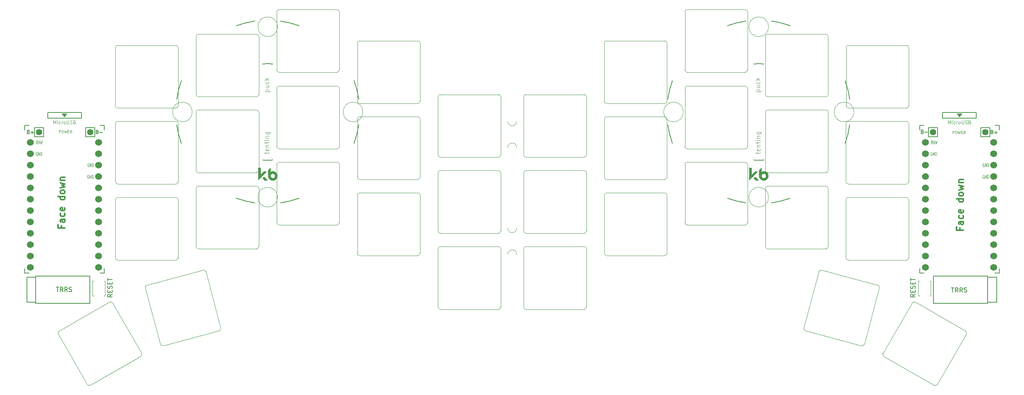
<source format=gbr>
%TF.GenerationSoftware,KiCad,Pcbnew,7.0.6*%
%TF.CreationDate,2023-10-10T10:55:06+08:00*%
%TF.ProjectId,sweepbling-lp__pcb,73776565-7062-46c6-996e-672d6c705f5f,rev?*%
%TF.SameCoordinates,Original*%
%TF.FileFunction,Legend,Top*%
%TF.FilePolarity,Positive*%
%FSLAX46Y46*%
G04 Gerber Fmt 4.6, Leading zero omitted, Abs format (unit mm)*
G04 Created by KiCad (PCBNEW 7.0.6) date 2023-10-10 10:55:06*
%MOMM*%
%LPD*%
G01*
G04 APERTURE LIST*
%ADD10C,0.300000*%
%ADD11C,0.150000*%
%ADD12C,0.120000*%
%ADD13C,0.125000*%
%ADD14C,0.100000*%
%ADD15C,0.200000*%
%ADD16C,0.010000*%
%ADD17C,1.524000*%
%ADD18C,1.397000*%
G04 APERTURE END LIST*
D10*
X230270614Y-72198857D02*
X230270614Y-72698857D01*
X231056328Y-72698857D02*
X229556328Y-72698857D01*
X229556328Y-72698857D02*
X229556328Y-71984571D01*
X231056328Y-70770286D02*
X230270614Y-70770286D01*
X230270614Y-70770286D02*
X230127757Y-70841714D01*
X230127757Y-70841714D02*
X230056328Y-70984571D01*
X230056328Y-70984571D02*
X230056328Y-71270286D01*
X230056328Y-71270286D02*
X230127757Y-71413143D01*
X230984900Y-70770286D02*
X231056328Y-70913143D01*
X231056328Y-70913143D02*
X231056328Y-71270286D01*
X231056328Y-71270286D02*
X230984900Y-71413143D01*
X230984900Y-71413143D02*
X230842042Y-71484571D01*
X230842042Y-71484571D02*
X230699185Y-71484571D01*
X230699185Y-71484571D02*
X230556328Y-71413143D01*
X230556328Y-71413143D02*
X230484900Y-71270286D01*
X230484900Y-71270286D02*
X230484900Y-70913143D01*
X230484900Y-70913143D02*
X230413471Y-70770286D01*
X230984900Y-69413143D02*
X231056328Y-69556000D01*
X231056328Y-69556000D02*
X231056328Y-69841714D01*
X231056328Y-69841714D02*
X230984900Y-69984571D01*
X230984900Y-69984571D02*
X230913471Y-70056000D01*
X230913471Y-70056000D02*
X230770614Y-70127428D01*
X230770614Y-70127428D02*
X230342042Y-70127428D01*
X230342042Y-70127428D02*
X230199185Y-70056000D01*
X230199185Y-70056000D02*
X230127757Y-69984571D01*
X230127757Y-69984571D02*
X230056328Y-69841714D01*
X230056328Y-69841714D02*
X230056328Y-69556000D01*
X230056328Y-69556000D02*
X230127757Y-69413143D01*
X230984900Y-68198857D02*
X231056328Y-68341714D01*
X231056328Y-68341714D02*
X231056328Y-68627429D01*
X231056328Y-68627429D02*
X230984900Y-68770286D01*
X230984900Y-68770286D02*
X230842042Y-68841714D01*
X230842042Y-68841714D02*
X230270614Y-68841714D01*
X230270614Y-68841714D02*
X230127757Y-68770286D01*
X230127757Y-68770286D02*
X230056328Y-68627429D01*
X230056328Y-68627429D02*
X230056328Y-68341714D01*
X230056328Y-68341714D02*
X230127757Y-68198857D01*
X230127757Y-68198857D02*
X230270614Y-68127429D01*
X230270614Y-68127429D02*
X230413471Y-68127429D01*
X230413471Y-68127429D02*
X230556328Y-68841714D01*
X231056328Y-65698858D02*
X229556328Y-65698858D01*
X230984900Y-65698858D02*
X231056328Y-65841715D01*
X231056328Y-65841715D02*
X231056328Y-66127429D01*
X231056328Y-66127429D02*
X230984900Y-66270286D01*
X230984900Y-66270286D02*
X230913471Y-66341715D01*
X230913471Y-66341715D02*
X230770614Y-66413143D01*
X230770614Y-66413143D02*
X230342042Y-66413143D01*
X230342042Y-66413143D02*
X230199185Y-66341715D01*
X230199185Y-66341715D02*
X230127757Y-66270286D01*
X230127757Y-66270286D02*
X230056328Y-66127429D01*
X230056328Y-66127429D02*
X230056328Y-65841715D01*
X230056328Y-65841715D02*
X230127757Y-65698858D01*
X231056328Y-64770286D02*
X230984900Y-64913143D01*
X230984900Y-64913143D02*
X230913471Y-64984572D01*
X230913471Y-64984572D02*
X230770614Y-65056000D01*
X230770614Y-65056000D02*
X230342042Y-65056000D01*
X230342042Y-65056000D02*
X230199185Y-64984572D01*
X230199185Y-64984572D02*
X230127757Y-64913143D01*
X230127757Y-64913143D02*
X230056328Y-64770286D01*
X230056328Y-64770286D02*
X230056328Y-64556000D01*
X230056328Y-64556000D02*
X230127757Y-64413143D01*
X230127757Y-64413143D02*
X230199185Y-64341715D01*
X230199185Y-64341715D02*
X230342042Y-64270286D01*
X230342042Y-64270286D02*
X230770614Y-64270286D01*
X230770614Y-64270286D02*
X230913471Y-64341715D01*
X230913471Y-64341715D02*
X230984900Y-64413143D01*
X230984900Y-64413143D02*
X231056328Y-64556000D01*
X231056328Y-64556000D02*
X231056328Y-64770286D01*
X230056328Y-63770286D02*
X231056328Y-63484572D01*
X231056328Y-63484572D02*
X230342042Y-63198857D01*
X230342042Y-63198857D02*
X231056328Y-62913143D01*
X231056328Y-62913143D02*
X230056328Y-62627429D01*
X230056328Y-62056000D02*
X231056328Y-62056000D01*
X230199185Y-62056000D02*
X230127757Y-61984571D01*
X230127757Y-61984571D02*
X230056328Y-61841714D01*
X230056328Y-61841714D02*
X230056328Y-61627428D01*
X230056328Y-61627428D02*
X230127757Y-61484571D01*
X230127757Y-61484571D02*
X230270614Y-61413143D01*
X230270614Y-61413143D02*
X231056328Y-61413143D01*
X29610614Y-71690857D02*
X29610614Y-72190857D01*
X30396328Y-72190857D02*
X28896328Y-72190857D01*
X28896328Y-72190857D02*
X28896328Y-71476571D01*
X30396328Y-70262286D02*
X29610614Y-70262286D01*
X29610614Y-70262286D02*
X29467757Y-70333714D01*
X29467757Y-70333714D02*
X29396328Y-70476571D01*
X29396328Y-70476571D02*
X29396328Y-70762286D01*
X29396328Y-70762286D02*
X29467757Y-70905143D01*
X30324900Y-70262286D02*
X30396328Y-70405143D01*
X30396328Y-70405143D02*
X30396328Y-70762286D01*
X30396328Y-70762286D02*
X30324900Y-70905143D01*
X30324900Y-70905143D02*
X30182042Y-70976571D01*
X30182042Y-70976571D02*
X30039185Y-70976571D01*
X30039185Y-70976571D02*
X29896328Y-70905143D01*
X29896328Y-70905143D02*
X29824900Y-70762286D01*
X29824900Y-70762286D02*
X29824900Y-70405143D01*
X29824900Y-70405143D02*
X29753471Y-70262286D01*
X30324900Y-68905143D02*
X30396328Y-69048000D01*
X30396328Y-69048000D02*
X30396328Y-69333714D01*
X30396328Y-69333714D02*
X30324900Y-69476571D01*
X30324900Y-69476571D02*
X30253471Y-69548000D01*
X30253471Y-69548000D02*
X30110614Y-69619428D01*
X30110614Y-69619428D02*
X29682042Y-69619428D01*
X29682042Y-69619428D02*
X29539185Y-69548000D01*
X29539185Y-69548000D02*
X29467757Y-69476571D01*
X29467757Y-69476571D02*
X29396328Y-69333714D01*
X29396328Y-69333714D02*
X29396328Y-69048000D01*
X29396328Y-69048000D02*
X29467757Y-68905143D01*
X30324900Y-67690857D02*
X30396328Y-67833714D01*
X30396328Y-67833714D02*
X30396328Y-68119429D01*
X30396328Y-68119429D02*
X30324900Y-68262286D01*
X30324900Y-68262286D02*
X30182042Y-68333714D01*
X30182042Y-68333714D02*
X29610614Y-68333714D01*
X29610614Y-68333714D02*
X29467757Y-68262286D01*
X29467757Y-68262286D02*
X29396328Y-68119429D01*
X29396328Y-68119429D02*
X29396328Y-67833714D01*
X29396328Y-67833714D02*
X29467757Y-67690857D01*
X29467757Y-67690857D02*
X29610614Y-67619429D01*
X29610614Y-67619429D02*
X29753471Y-67619429D01*
X29753471Y-67619429D02*
X29896328Y-68333714D01*
X30396328Y-65190858D02*
X28896328Y-65190858D01*
X30324900Y-65190858D02*
X30396328Y-65333715D01*
X30396328Y-65333715D02*
X30396328Y-65619429D01*
X30396328Y-65619429D02*
X30324900Y-65762286D01*
X30324900Y-65762286D02*
X30253471Y-65833715D01*
X30253471Y-65833715D02*
X30110614Y-65905143D01*
X30110614Y-65905143D02*
X29682042Y-65905143D01*
X29682042Y-65905143D02*
X29539185Y-65833715D01*
X29539185Y-65833715D02*
X29467757Y-65762286D01*
X29467757Y-65762286D02*
X29396328Y-65619429D01*
X29396328Y-65619429D02*
X29396328Y-65333715D01*
X29396328Y-65333715D02*
X29467757Y-65190858D01*
X30396328Y-64262286D02*
X30324900Y-64405143D01*
X30324900Y-64405143D02*
X30253471Y-64476572D01*
X30253471Y-64476572D02*
X30110614Y-64548000D01*
X30110614Y-64548000D02*
X29682042Y-64548000D01*
X29682042Y-64548000D02*
X29539185Y-64476572D01*
X29539185Y-64476572D02*
X29467757Y-64405143D01*
X29467757Y-64405143D02*
X29396328Y-64262286D01*
X29396328Y-64262286D02*
X29396328Y-64048000D01*
X29396328Y-64048000D02*
X29467757Y-63905143D01*
X29467757Y-63905143D02*
X29539185Y-63833715D01*
X29539185Y-63833715D02*
X29682042Y-63762286D01*
X29682042Y-63762286D02*
X30110614Y-63762286D01*
X30110614Y-63762286D02*
X30253471Y-63833715D01*
X30253471Y-63833715D02*
X30324900Y-63905143D01*
X30324900Y-63905143D02*
X30396328Y-64048000D01*
X30396328Y-64048000D02*
X30396328Y-64262286D01*
X29396328Y-63262286D02*
X30396328Y-62976572D01*
X30396328Y-62976572D02*
X29682042Y-62690857D01*
X29682042Y-62690857D02*
X30396328Y-62405143D01*
X30396328Y-62405143D02*
X29396328Y-62119429D01*
X29396328Y-61548000D02*
X30396328Y-61548000D01*
X29539185Y-61548000D02*
X29467757Y-61476571D01*
X29467757Y-61476571D02*
X29396328Y-61333714D01*
X29396328Y-61333714D02*
X29396328Y-61119428D01*
X29396328Y-61119428D02*
X29467757Y-60976571D01*
X29467757Y-60976571D02*
X29610614Y-60905143D01*
X29610614Y-60905143D02*
X30396328Y-60905143D01*
D11*
X22269504Y-50743247D02*
X22383790Y-50781342D01*
X22383790Y-50781342D02*
X22421885Y-50819438D01*
X22421885Y-50819438D02*
X22459981Y-50895628D01*
X22459981Y-50895628D02*
X22459981Y-51009914D01*
X22459981Y-51009914D02*
X22421885Y-51086104D01*
X22421885Y-51086104D02*
X22383790Y-51124200D01*
X22383790Y-51124200D02*
X22307600Y-51162295D01*
X22307600Y-51162295D02*
X22002838Y-51162295D01*
X22002838Y-51162295D02*
X22002838Y-50362295D01*
X22002838Y-50362295D02*
X22269504Y-50362295D01*
X22269504Y-50362295D02*
X22345695Y-50400390D01*
X22345695Y-50400390D02*
X22383790Y-50438485D01*
X22383790Y-50438485D02*
X22421885Y-50514676D01*
X22421885Y-50514676D02*
X22421885Y-50590866D01*
X22421885Y-50590866D02*
X22383790Y-50667057D01*
X22383790Y-50667057D02*
X22345695Y-50705152D01*
X22345695Y-50705152D02*
X22269504Y-50743247D01*
X22269504Y-50743247D02*
X22002838Y-50743247D01*
X22802838Y-50857533D02*
X23412362Y-50857533D01*
X23107600Y-51162295D02*
X23107600Y-50552771D01*
X37661904Y-50743247D02*
X37776190Y-50781342D01*
X37776190Y-50781342D02*
X37814285Y-50819438D01*
X37814285Y-50819438D02*
X37852381Y-50895628D01*
X37852381Y-50895628D02*
X37852381Y-51009914D01*
X37852381Y-51009914D02*
X37814285Y-51086104D01*
X37814285Y-51086104D02*
X37776190Y-51124200D01*
X37776190Y-51124200D02*
X37700000Y-51162295D01*
X37700000Y-51162295D02*
X37395238Y-51162295D01*
X37395238Y-51162295D02*
X37395238Y-50362295D01*
X37395238Y-50362295D02*
X37661904Y-50362295D01*
X37661904Y-50362295D02*
X37738095Y-50400390D01*
X37738095Y-50400390D02*
X37776190Y-50438485D01*
X37776190Y-50438485D02*
X37814285Y-50514676D01*
X37814285Y-50514676D02*
X37814285Y-50590866D01*
X37814285Y-50590866D02*
X37776190Y-50667057D01*
X37776190Y-50667057D02*
X37738095Y-50705152D01*
X37738095Y-50705152D02*
X37661904Y-50743247D01*
X37661904Y-50743247D02*
X37395238Y-50743247D01*
X38195238Y-50857533D02*
X38804762Y-50857533D01*
X221913504Y-50692447D02*
X222027790Y-50730542D01*
X222027790Y-50730542D02*
X222065885Y-50768638D01*
X222065885Y-50768638D02*
X222103981Y-50844828D01*
X222103981Y-50844828D02*
X222103981Y-50959114D01*
X222103981Y-50959114D02*
X222065885Y-51035304D01*
X222065885Y-51035304D02*
X222027790Y-51073400D01*
X222027790Y-51073400D02*
X221951600Y-51111495D01*
X221951600Y-51111495D02*
X221646838Y-51111495D01*
X221646838Y-51111495D02*
X221646838Y-50311495D01*
X221646838Y-50311495D02*
X221913504Y-50311495D01*
X221913504Y-50311495D02*
X221989695Y-50349590D01*
X221989695Y-50349590D02*
X222027790Y-50387685D01*
X222027790Y-50387685D02*
X222065885Y-50463876D01*
X222065885Y-50463876D02*
X222065885Y-50540066D01*
X222065885Y-50540066D02*
X222027790Y-50616257D01*
X222027790Y-50616257D02*
X221989695Y-50654352D01*
X221989695Y-50654352D02*
X221913504Y-50692447D01*
X221913504Y-50692447D02*
X221646838Y-50692447D01*
X222446838Y-50806733D02*
X223056362Y-50806733D01*
X237458304Y-50743247D02*
X237572590Y-50781342D01*
X237572590Y-50781342D02*
X237610685Y-50819438D01*
X237610685Y-50819438D02*
X237648781Y-50895628D01*
X237648781Y-50895628D02*
X237648781Y-51009914D01*
X237648781Y-51009914D02*
X237610685Y-51086104D01*
X237610685Y-51086104D02*
X237572590Y-51124200D01*
X237572590Y-51124200D02*
X237496400Y-51162295D01*
X237496400Y-51162295D02*
X237191638Y-51162295D01*
X237191638Y-51162295D02*
X237191638Y-50362295D01*
X237191638Y-50362295D02*
X237458304Y-50362295D01*
X237458304Y-50362295D02*
X237534495Y-50400390D01*
X237534495Y-50400390D02*
X237572590Y-50438485D01*
X237572590Y-50438485D02*
X237610685Y-50514676D01*
X237610685Y-50514676D02*
X237610685Y-50590866D01*
X237610685Y-50590866D02*
X237572590Y-50667057D01*
X237572590Y-50667057D02*
X237534495Y-50705152D01*
X237534495Y-50705152D02*
X237458304Y-50743247D01*
X237458304Y-50743247D02*
X237191638Y-50743247D01*
X237991638Y-50857533D02*
X238601162Y-50857533D01*
X238296400Y-51162295D02*
X238296400Y-50552771D01*
D12*
X29094286Y-50969731D02*
X29094286Y-50369731D01*
X29094286Y-50369731D02*
X29322857Y-50369731D01*
X29322857Y-50369731D02*
X29380000Y-50398302D01*
X29380000Y-50398302D02*
X29408571Y-50426874D01*
X29408571Y-50426874D02*
X29437143Y-50484017D01*
X29437143Y-50484017D02*
X29437143Y-50569731D01*
X29437143Y-50569731D02*
X29408571Y-50626874D01*
X29408571Y-50626874D02*
X29380000Y-50655445D01*
X29380000Y-50655445D02*
X29322857Y-50684017D01*
X29322857Y-50684017D02*
X29094286Y-50684017D01*
X29808571Y-50369731D02*
X29922857Y-50369731D01*
X29922857Y-50369731D02*
X29980000Y-50398302D01*
X29980000Y-50398302D02*
X30037143Y-50455445D01*
X30037143Y-50455445D02*
X30065714Y-50569731D01*
X30065714Y-50569731D02*
X30065714Y-50769731D01*
X30065714Y-50769731D02*
X30037143Y-50884017D01*
X30037143Y-50884017D02*
X29980000Y-50941160D01*
X29980000Y-50941160D02*
X29922857Y-50969731D01*
X29922857Y-50969731D02*
X29808571Y-50969731D01*
X29808571Y-50969731D02*
X29751429Y-50941160D01*
X29751429Y-50941160D02*
X29694286Y-50884017D01*
X29694286Y-50884017D02*
X29665714Y-50769731D01*
X29665714Y-50769731D02*
X29665714Y-50569731D01*
X29665714Y-50569731D02*
X29694286Y-50455445D01*
X29694286Y-50455445D02*
X29751429Y-50398302D01*
X29751429Y-50398302D02*
X29808571Y-50369731D01*
X30265714Y-50369731D02*
X30408571Y-50969731D01*
X30408571Y-50969731D02*
X30522857Y-50541160D01*
X30522857Y-50541160D02*
X30637142Y-50969731D01*
X30637142Y-50969731D02*
X30780000Y-50369731D01*
X31008571Y-50655445D02*
X31208571Y-50655445D01*
X31294285Y-50969731D02*
X31008571Y-50969731D01*
X31008571Y-50969731D02*
X31008571Y-50369731D01*
X31008571Y-50369731D02*
X31294285Y-50369731D01*
X31894285Y-50969731D02*
X31694285Y-50684017D01*
X31551428Y-50969731D02*
X31551428Y-50369731D01*
X31551428Y-50369731D02*
X31779999Y-50369731D01*
X31779999Y-50369731D02*
X31837142Y-50398302D01*
X31837142Y-50398302D02*
X31865713Y-50426874D01*
X31865713Y-50426874D02*
X31894285Y-50484017D01*
X31894285Y-50484017D02*
X31894285Y-50569731D01*
X31894285Y-50569731D02*
X31865713Y-50626874D01*
X31865713Y-50626874D02*
X31837142Y-50655445D01*
X31837142Y-50655445D02*
X31779999Y-50684017D01*
X31779999Y-50684017D02*
X31551428Y-50684017D01*
X228636686Y-51122131D02*
X228636686Y-50522131D01*
X228636686Y-50522131D02*
X228865257Y-50522131D01*
X228865257Y-50522131D02*
X228922400Y-50550702D01*
X228922400Y-50550702D02*
X228950971Y-50579274D01*
X228950971Y-50579274D02*
X228979543Y-50636417D01*
X228979543Y-50636417D02*
X228979543Y-50722131D01*
X228979543Y-50722131D02*
X228950971Y-50779274D01*
X228950971Y-50779274D02*
X228922400Y-50807845D01*
X228922400Y-50807845D02*
X228865257Y-50836417D01*
X228865257Y-50836417D02*
X228636686Y-50836417D01*
X229350971Y-50522131D02*
X229465257Y-50522131D01*
X229465257Y-50522131D02*
X229522400Y-50550702D01*
X229522400Y-50550702D02*
X229579543Y-50607845D01*
X229579543Y-50607845D02*
X229608114Y-50722131D01*
X229608114Y-50722131D02*
X229608114Y-50922131D01*
X229608114Y-50922131D02*
X229579543Y-51036417D01*
X229579543Y-51036417D02*
X229522400Y-51093560D01*
X229522400Y-51093560D02*
X229465257Y-51122131D01*
X229465257Y-51122131D02*
X229350971Y-51122131D01*
X229350971Y-51122131D02*
X229293829Y-51093560D01*
X229293829Y-51093560D02*
X229236686Y-51036417D01*
X229236686Y-51036417D02*
X229208114Y-50922131D01*
X229208114Y-50922131D02*
X229208114Y-50722131D01*
X229208114Y-50722131D02*
X229236686Y-50607845D01*
X229236686Y-50607845D02*
X229293829Y-50550702D01*
X229293829Y-50550702D02*
X229350971Y-50522131D01*
X229808114Y-50522131D02*
X229950971Y-51122131D01*
X229950971Y-51122131D02*
X230065257Y-50693560D01*
X230065257Y-50693560D02*
X230179542Y-51122131D01*
X230179542Y-51122131D02*
X230322400Y-50522131D01*
X230550971Y-50807845D02*
X230750971Y-50807845D01*
X230836685Y-51122131D02*
X230550971Y-51122131D01*
X230550971Y-51122131D02*
X230550971Y-50522131D01*
X230550971Y-50522131D02*
X230836685Y-50522131D01*
X231436685Y-51122131D02*
X231236685Y-50836417D01*
X231093828Y-51122131D02*
X231093828Y-50522131D01*
X231093828Y-50522131D02*
X231322399Y-50522131D01*
X231322399Y-50522131D02*
X231379542Y-50550702D01*
X231379542Y-50550702D02*
X231408113Y-50579274D01*
X231408113Y-50579274D02*
X231436685Y-50636417D01*
X231436685Y-50636417D02*
X231436685Y-50722131D01*
X231436685Y-50722131D02*
X231408113Y-50779274D01*
X231408113Y-50779274D02*
X231379542Y-50807845D01*
X231379542Y-50807845D02*
X231322399Y-50836417D01*
X231322399Y-50836417D02*
X231093828Y-50836417D01*
X227681571Y-48954724D02*
X227681571Y-48204724D01*
X227681571Y-48204724D02*
X227931571Y-48740438D01*
X227931571Y-48740438D02*
X228181571Y-48204724D01*
X228181571Y-48204724D02*
X228181571Y-48954724D01*
X228538714Y-48954724D02*
X228538714Y-48454724D01*
X228538714Y-48204724D02*
X228503000Y-48240438D01*
X228503000Y-48240438D02*
X228538714Y-48276152D01*
X228538714Y-48276152D02*
X228574428Y-48240438D01*
X228574428Y-48240438D02*
X228538714Y-48204724D01*
X228538714Y-48204724D02*
X228538714Y-48276152D01*
X229217286Y-48919010D02*
X229145857Y-48954724D01*
X229145857Y-48954724D02*
X229003000Y-48954724D01*
X229003000Y-48954724D02*
X228931571Y-48919010D01*
X228931571Y-48919010D02*
X228895857Y-48883295D01*
X228895857Y-48883295D02*
X228860143Y-48811867D01*
X228860143Y-48811867D02*
X228860143Y-48597581D01*
X228860143Y-48597581D02*
X228895857Y-48526152D01*
X228895857Y-48526152D02*
X228931571Y-48490438D01*
X228931571Y-48490438D02*
X229003000Y-48454724D01*
X229003000Y-48454724D02*
X229145857Y-48454724D01*
X229145857Y-48454724D02*
X229217286Y-48490438D01*
X229538714Y-48954724D02*
X229538714Y-48454724D01*
X229538714Y-48597581D02*
X229574428Y-48526152D01*
X229574428Y-48526152D02*
X229610143Y-48490438D01*
X229610143Y-48490438D02*
X229681571Y-48454724D01*
X229681571Y-48454724D02*
X229753000Y-48454724D01*
X230110143Y-48954724D02*
X230038714Y-48919010D01*
X230038714Y-48919010D02*
X230003000Y-48883295D01*
X230003000Y-48883295D02*
X229967286Y-48811867D01*
X229967286Y-48811867D02*
X229967286Y-48597581D01*
X229967286Y-48597581D02*
X230003000Y-48526152D01*
X230003000Y-48526152D02*
X230038714Y-48490438D01*
X230038714Y-48490438D02*
X230110143Y-48454724D01*
X230110143Y-48454724D02*
X230217286Y-48454724D01*
X230217286Y-48454724D02*
X230288714Y-48490438D01*
X230288714Y-48490438D02*
X230324429Y-48526152D01*
X230324429Y-48526152D02*
X230360143Y-48597581D01*
X230360143Y-48597581D02*
X230360143Y-48811867D01*
X230360143Y-48811867D02*
X230324429Y-48883295D01*
X230324429Y-48883295D02*
X230288714Y-48919010D01*
X230288714Y-48919010D02*
X230217286Y-48954724D01*
X230217286Y-48954724D02*
X230110143Y-48954724D01*
X230681571Y-48204724D02*
X230681571Y-48811867D01*
X230681571Y-48811867D02*
X230717285Y-48883295D01*
X230717285Y-48883295D02*
X230753000Y-48919010D01*
X230753000Y-48919010D02*
X230824428Y-48954724D01*
X230824428Y-48954724D02*
X230967285Y-48954724D01*
X230967285Y-48954724D02*
X231038714Y-48919010D01*
X231038714Y-48919010D02*
X231074428Y-48883295D01*
X231074428Y-48883295D02*
X231110142Y-48811867D01*
X231110142Y-48811867D02*
X231110142Y-48204724D01*
X231431571Y-48919010D02*
X231538714Y-48954724D01*
X231538714Y-48954724D02*
X231717285Y-48954724D01*
X231717285Y-48954724D02*
X231788714Y-48919010D01*
X231788714Y-48919010D02*
X231824428Y-48883295D01*
X231824428Y-48883295D02*
X231860142Y-48811867D01*
X231860142Y-48811867D02*
X231860142Y-48740438D01*
X231860142Y-48740438D02*
X231824428Y-48669010D01*
X231824428Y-48669010D02*
X231788714Y-48633295D01*
X231788714Y-48633295D02*
X231717285Y-48597581D01*
X231717285Y-48597581D02*
X231574428Y-48561867D01*
X231574428Y-48561867D02*
X231502999Y-48526152D01*
X231502999Y-48526152D02*
X231467285Y-48490438D01*
X231467285Y-48490438D02*
X231431571Y-48419010D01*
X231431571Y-48419010D02*
X231431571Y-48347581D01*
X231431571Y-48347581D02*
X231467285Y-48276152D01*
X231467285Y-48276152D02*
X231502999Y-48240438D01*
X231502999Y-48240438D02*
X231574428Y-48204724D01*
X231574428Y-48204724D02*
X231752999Y-48204724D01*
X231752999Y-48204724D02*
X231860142Y-48240438D01*
X232431571Y-48561867D02*
X232538714Y-48597581D01*
X232538714Y-48597581D02*
X232574428Y-48633295D01*
X232574428Y-48633295D02*
X232610142Y-48704724D01*
X232610142Y-48704724D02*
X232610142Y-48811867D01*
X232610142Y-48811867D02*
X232574428Y-48883295D01*
X232574428Y-48883295D02*
X232538714Y-48919010D01*
X232538714Y-48919010D02*
X232467285Y-48954724D01*
X232467285Y-48954724D02*
X232181571Y-48954724D01*
X232181571Y-48954724D02*
X232181571Y-48204724D01*
X232181571Y-48204724D02*
X232431571Y-48204724D01*
X232431571Y-48204724D02*
X232503000Y-48240438D01*
X232503000Y-48240438D02*
X232538714Y-48276152D01*
X232538714Y-48276152D02*
X232574428Y-48347581D01*
X232574428Y-48347581D02*
X232574428Y-48419010D01*
X232574428Y-48419010D02*
X232538714Y-48490438D01*
X232538714Y-48490438D02*
X232503000Y-48526152D01*
X232503000Y-48526152D02*
X232431571Y-48561867D01*
X232431571Y-48561867D02*
X232181571Y-48561867D01*
D13*
X235677047Y-57810178D02*
X235629428Y-57774464D01*
X235629428Y-57774464D02*
X235557999Y-57774464D01*
X235557999Y-57774464D02*
X235486571Y-57810178D01*
X235486571Y-57810178D02*
X235438952Y-57881607D01*
X235438952Y-57881607D02*
X235415142Y-57953035D01*
X235415142Y-57953035D02*
X235391333Y-58095892D01*
X235391333Y-58095892D02*
X235391333Y-58203035D01*
X235391333Y-58203035D02*
X235415142Y-58345892D01*
X235415142Y-58345892D02*
X235438952Y-58417321D01*
X235438952Y-58417321D02*
X235486571Y-58488750D01*
X235486571Y-58488750D02*
X235557999Y-58524464D01*
X235557999Y-58524464D02*
X235605618Y-58524464D01*
X235605618Y-58524464D02*
X235677047Y-58488750D01*
X235677047Y-58488750D02*
X235700856Y-58453035D01*
X235700856Y-58453035D02*
X235700856Y-58203035D01*
X235700856Y-58203035D02*
X235605618Y-58203035D01*
X235915142Y-58524464D02*
X235915142Y-57774464D01*
X235915142Y-57774464D02*
X236200856Y-58524464D01*
X236200856Y-58524464D02*
X236200856Y-57774464D01*
X236438952Y-58524464D02*
X236438952Y-57774464D01*
X236438952Y-57774464D02*
X236558000Y-57774464D01*
X236558000Y-57774464D02*
X236629428Y-57810178D01*
X236629428Y-57810178D02*
X236677047Y-57881607D01*
X236677047Y-57881607D02*
X236700857Y-57953035D01*
X236700857Y-57953035D02*
X236724666Y-58095892D01*
X236724666Y-58095892D02*
X236724666Y-58203035D01*
X236724666Y-58203035D02*
X236700857Y-58345892D01*
X236700857Y-58345892D02*
X236677047Y-58417321D01*
X236677047Y-58417321D02*
X236629428Y-58488750D01*
X236629428Y-58488750D02*
X236558000Y-58524464D01*
X236558000Y-58524464D02*
X236438952Y-58524464D01*
X224027047Y-55280178D02*
X223979428Y-55244464D01*
X223979428Y-55244464D02*
X223907999Y-55244464D01*
X223907999Y-55244464D02*
X223836571Y-55280178D01*
X223836571Y-55280178D02*
X223788952Y-55351607D01*
X223788952Y-55351607D02*
X223765142Y-55423035D01*
X223765142Y-55423035D02*
X223741333Y-55565892D01*
X223741333Y-55565892D02*
X223741333Y-55673035D01*
X223741333Y-55673035D02*
X223765142Y-55815892D01*
X223765142Y-55815892D02*
X223788952Y-55887321D01*
X223788952Y-55887321D02*
X223836571Y-55958750D01*
X223836571Y-55958750D02*
X223907999Y-55994464D01*
X223907999Y-55994464D02*
X223955618Y-55994464D01*
X223955618Y-55994464D02*
X224027047Y-55958750D01*
X224027047Y-55958750D02*
X224050856Y-55923035D01*
X224050856Y-55923035D02*
X224050856Y-55673035D01*
X224050856Y-55673035D02*
X223955618Y-55673035D01*
X224265142Y-55994464D02*
X224265142Y-55244464D01*
X224265142Y-55244464D02*
X224550856Y-55994464D01*
X224550856Y-55994464D02*
X224550856Y-55244464D01*
X224788952Y-55994464D02*
X224788952Y-55244464D01*
X224788952Y-55244464D02*
X224908000Y-55244464D01*
X224908000Y-55244464D02*
X224979428Y-55280178D01*
X224979428Y-55280178D02*
X225027047Y-55351607D01*
X225027047Y-55351607D02*
X225050857Y-55423035D01*
X225050857Y-55423035D02*
X225074666Y-55565892D01*
X225074666Y-55565892D02*
X225074666Y-55673035D01*
X225074666Y-55673035D02*
X225050857Y-55815892D01*
X225050857Y-55815892D02*
X225027047Y-55887321D01*
X225027047Y-55887321D02*
X224979428Y-55958750D01*
X224979428Y-55958750D02*
X224908000Y-55994464D01*
X224908000Y-55994464D02*
X224788952Y-55994464D01*
X235657047Y-60390178D02*
X235609428Y-60354464D01*
X235609428Y-60354464D02*
X235537999Y-60354464D01*
X235537999Y-60354464D02*
X235466571Y-60390178D01*
X235466571Y-60390178D02*
X235418952Y-60461607D01*
X235418952Y-60461607D02*
X235395142Y-60533035D01*
X235395142Y-60533035D02*
X235371333Y-60675892D01*
X235371333Y-60675892D02*
X235371333Y-60783035D01*
X235371333Y-60783035D02*
X235395142Y-60925892D01*
X235395142Y-60925892D02*
X235418952Y-60997321D01*
X235418952Y-60997321D02*
X235466571Y-61068750D01*
X235466571Y-61068750D02*
X235537999Y-61104464D01*
X235537999Y-61104464D02*
X235585618Y-61104464D01*
X235585618Y-61104464D02*
X235657047Y-61068750D01*
X235657047Y-61068750D02*
X235680856Y-61033035D01*
X235680856Y-61033035D02*
X235680856Y-60783035D01*
X235680856Y-60783035D02*
X235585618Y-60783035D01*
X235895142Y-61104464D02*
X235895142Y-60354464D01*
X235895142Y-60354464D02*
X236180856Y-61104464D01*
X236180856Y-61104464D02*
X236180856Y-60354464D01*
X236418952Y-61104464D02*
X236418952Y-60354464D01*
X236418952Y-60354464D02*
X236538000Y-60354464D01*
X236538000Y-60354464D02*
X236609428Y-60390178D01*
X236609428Y-60390178D02*
X236657047Y-60461607D01*
X236657047Y-60461607D02*
X236680857Y-60533035D01*
X236680857Y-60533035D02*
X236704666Y-60675892D01*
X236704666Y-60675892D02*
X236704666Y-60783035D01*
X236704666Y-60783035D02*
X236680857Y-60925892D01*
X236680857Y-60925892D02*
X236657047Y-60997321D01*
X236657047Y-60997321D02*
X236609428Y-61068750D01*
X236609428Y-61068750D02*
X236538000Y-61104464D01*
X236538000Y-61104464D02*
X236418952Y-61104464D01*
X224162761Y-53384464D02*
X223996095Y-53027321D01*
X223877047Y-53384464D02*
X223877047Y-52634464D01*
X223877047Y-52634464D02*
X224067523Y-52634464D01*
X224067523Y-52634464D02*
X224115142Y-52670178D01*
X224115142Y-52670178D02*
X224138952Y-52705892D01*
X224138952Y-52705892D02*
X224162761Y-52777321D01*
X224162761Y-52777321D02*
X224162761Y-52884464D01*
X224162761Y-52884464D02*
X224138952Y-52955892D01*
X224138952Y-52955892D02*
X224115142Y-52991607D01*
X224115142Y-52991607D02*
X224067523Y-53027321D01*
X224067523Y-53027321D02*
X223877047Y-53027321D01*
X224353238Y-53170178D02*
X224591333Y-53170178D01*
X224305619Y-53384464D02*
X224472285Y-52634464D01*
X224472285Y-52634464D02*
X224638952Y-53384464D01*
X224757999Y-52634464D02*
X224877047Y-53384464D01*
X224877047Y-53384464D02*
X224972285Y-52848750D01*
X224972285Y-52848750D02*
X225067523Y-53384464D01*
X225067523Y-53384464D02*
X225186571Y-52634464D01*
D11*
X228362095Y-85560819D02*
X228933523Y-85560819D01*
X228647809Y-86560819D02*
X228647809Y-85560819D01*
X229838285Y-86560819D02*
X229504952Y-86084628D01*
X229266857Y-86560819D02*
X229266857Y-85560819D01*
X229266857Y-85560819D02*
X229647809Y-85560819D01*
X229647809Y-85560819D02*
X229743047Y-85608438D01*
X229743047Y-85608438D02*
X229790666Y-85656057D01*
X229790666Y-85656057D02*
X229838285Y-85751295D01*
X229838285Y-85751295D02*
X229838285Y-85894152D01*
X229838285Y-85894152D02*
X229790666Y-85989390D01*
X229790666Y-85989390D02*
X229743047Y-86037009D01*
X229743047Y-86037009D02*
X229647809Y-86084628D01*
X229647809Y-86084628D02*
X229266857Y-86084628D01*
X230838285Y-86560819D02*
X230504952Y-86084628D01*
X230266857Y-86560819D02*
X230266857Y-85560819D01*
X230266857Y-85560819D02*
X230647809Y-85560819D01*
X230647809Y-85560819D02*
X230743047Y-85608438D01*
X230743047Y-85608438D02*
X230790666Y-85656057D01*
X230790666Y-85656057D02*
X230838285Y-85751295D01*
X230838285Y-85751295D02*
X230838285Y-85894152D01*
X230838285Y-85894152D02*
X230790666Y-85989390D01*
X230790666Y-85989390D02*
X230743047Y-86037009D01*
X230743047Y-86037009D02*
X230647809Y-86084628D01*
X230647809Y-86084628D02*
X230266857Y-86084628D01*
X231219238Y-86513200D02*
X231362095Y-86560819D01*
X231362095Y-86560819D02*
X231600190Y-86560819D01*
X231600190Y-86560819D02*
X231695428Y-86513200D01*
X231695428Y-86513200D02*
X231743047Y-86465580D01*
X231743047Y-86465580D02*
X231790666Y-86370342D01*
X231790666Y-86370342D02*
X231790666Y-86275104D01*
X231790666Y-86275104D02*
X231743047Y-86179866D01*
X231743047Y-86179866D02*
X231695428Y-86132247D01*
X231695428Y-86132247D02*
X231600190Y-86084628D01*
X231600190Y-86084628D02*
X231409714Y-86037009D01*
X231409714Y-86037009D02*
X231314476Y-85989390D01*
X231314476Y-85989390D02*
X231266857Y-85941771D01*
X231266857Y-85941771D02*
X231219238Y-85846533D01*
X231219238Y-85846533D02*
X231219238Y-85751295D01*
X231219238Y-85751295D02*
X231266857Y-85656057D01*
X231266857Y-85656057D02*
X231314476Y-85608438D01*
X231314476Y-85608438D02*
X231409714Y-85560819D01*
X231409714Y-85560819D02*
X231647809Y-85560819D01*
X231647809Y-85560819D02*
X231790666Y-85608438D01*
X220291315Y-87050381D02*
X219815124Y-87383714D01*
X220291315Y-87621809D02*
X219291315Y-87621809D01*
X219291315Y-87621809D02*
X219291315Y-87240857D01*
X219291315Y-87240857D02*
X219338934Y-87145619D01*
X219338934Y-87145619D02*
X219386553Y-87098000D01*
X219386553Y-87098000D02*
X219481791Y-87050381D01*
X219481791Y-87050381D02*
X219624648Y-87050381D01*
X219624648Y-87050381D02*
X219719886Y-87098000D01*
X219719886Y-87098000D02*
X219767505Y-87145619D01*
X219767505Y-87145619D02*
X219815124Y-87240857D01*
X219815124Y-87240857D02*
X219815124Y-87621809D01*
X219767505Y-86621809D02*
X219767505Y-86288476D01*
X220291315Y-86145619D02*
X220291315Y-86621809D01*
X220291315Y-86621809D02*
X219291315Y-86621809D01*
X219291315Y-86621809D02*
X219291315Y-86145619D01*
X220243696Y-85764666D02*
X220291315Y-85621809D01*
X220291315Y-85621809D02*
X220291315Y-85383714D01*
X220291315Y-85383714D02*
X220243696Y-85288476D01*
X220243696Y-85288476D02*
X220196076Y-85240857D01*
X220196076Y-85240857D02*
X220100838Y-85193238D01*
X220100838Y-85193238D02*
X220005600Y-85193238D01*
X220005600Y-85193238D02*
X219910362Y-85240857D01*
X219910362Y-85240857D02*
X219862743Y-85288476D01*
X219862743Y-85288476D02*
X219815124Y-85383714D01*
X219815124Y-85383714D02*
X219767505Y-85574190D01*
X219767505Y-85574190D02*
X219719886Y-85669428D01*
X219719886Y-85669428D02*
X219672267Y-85717047D01*
X219672267Y-85717047D02*
X219577029Y-85764666D01*
X219577029Y-85764666D02*
X219481791Y-85764666D01*
X219481791Y-85764666D02*
X219386553Y-85717047D01*
X219386553Y-85717047D02*
X219338934Y-85669428D01*
X219338934Y-85669428D02*
X219291315Y-85574190D01*
X219291315Y-85574190D02*
X219291315Y-85336095D01*
X219291315Y-85336095D02*
X219338934Y-85193238D01*
X219767505Y-84764666D02*
X219767505Y-84431333D01*
X220291315Y-84288476D02*
X220291315Y-84764666D01*
X220291315Y-84764666D02*
X219291315Y-84764666D01*
X219291315Y-84764666D02*
X219291315Y-84288476D01*
X219291315Y-84002761D02*
X219291315Y-83431333D01*
X220291315Y-83717047D02*
X219291315Y-83717047D01*
D14*
X184892752Y-41749499D02*
X185892752Y-41749499D01*
X184940371Y-41749499D02*
X184892752Y-41654261D01*
X184892752Y-41654261D02*
X184892752Y-41463785D01*
X184892752Y-41463785D02*
X184940371Y-41368547D01*
X184940371Y-41368547D02*
X184987990Y-41320928D01*
X184987990Y-41320928D02*
X185083228Y-41273309D01*
X185083228Y-41273309D02*
X185368942Y-41273309D01*
X185368942Y-41273309D02*
X185464180Y-41320928D01*
X185464180Y-41320928D02*
X185511800Y-41368547D01*
X185511800Y-41368547D02*
X185559419Y-41463785D01*
X185559419Y-41463785D02*
X185559419Y-41654261D01*
X185559419Y-41654261D02*
X185511800Y-41749499D01*
X184892752Y-40416166D02*
X185559419Y-40416166D01*
X184892752Y-40844737D02*
X185416561Y-40844737D01*
X185416561Y-40844737D02*
X185511800Y-40797118D01*
X185511800Y-40797118D02*
X185559419Y-40701880D01*
X185559419Y-40701880D02*
X185559419Y-40559023D01*
X185559419Y-40559023D02*
X185511800Y-40463785D01*
X185511800Y-40463785D02*
X185464180Y-40416166D01*
X185511800Y-39511404D02*
X185559419Y-39606642D01*
X185559419Y-39606642D02*
X185559419Y-39797118D01*
X185559419Y-39797118D02*
X185511800Y-39892356D01*
X185511800Y-39892356D02*
X185464180Y-39939975D01*
X185464180Y-39939975D02*
X185368942Y-39987594D01*
X185368942Y-39987594D02*
X185083228Y-39987594D01*
X185083228Y-39987594D02*
X184987990Y-39939975D01*
X184987990Y-39939975D02*
X184940371Y-39892356D01*
X184940371Y-39892356D02*
X184892752Y-39797118D01*
X184892752Y-39797118D02*
X184892752Y-39606642D01*
X184892752Y-39606642D02*
X184940371Y-39511404D01*
X185559419Y-39082832D02*
X184559419Y-39082832D01*
X185178466Y-38987594D02*
X185559419Y-38701880D01*
X184892752Y-38701880D02*
X185273704Y-39082832D01*
X184956252Y-55639999D02*
X184956252Y-55259047D01*
X184622919Y-55497142D02*
X185480061Y-55497142D01*
X185480061Y-55497142D02*
X185575300Y-55449523D01*
X185575300Y-55449523D02*
X185622919Y-55354285D01*
X185622919Y-55354285D02*
X185622919Y-55259047D01*
X185575300Y-54544761D02*
X185622919Y-54639999D01*
X185622919Y-54639999D02*
X185622919Y-54830475D01*
X185622919Y-54830475D02*
X185575300Y-54925713D01*
X185575300Y-54925713D02*
X185480061Y-54973332D01*
X185480061Y-54973332D02*
X185099109Y-54973332D01*
X185099109Y-54973332D02*
X185003871Y-54925713D01*
X185003871Y-54925713D02*
X184956252Y-54830475D01*
X184956252Y-54830475D02*
X184956252Y-54639999D01*
X184956252Y-54639999D02*
X185003871Y-54544761D01*
X185003871Y-54544761D02*
X185099109Y-54497142D01*
X185099109Y-54497142D02*
X185194347Y-54497142D01*
X185194347Y-54497142D02*
X185289585Y-54973332D01*
X184956252Y-54068570D02*
X185622919Y-54068570D01*
X185051490Y-54068570D02*
X185003871Y-54020951D01*
X185003871Y-54020951D02*
X184956252Y-53925713D01*
X184956252Y-53925713D02*
X184956252Y-53782856D01*
X184956252Y-53782856D02*
X185003871Y-53687618D01*
X185003871Y-53687618D02*
X185099109Y-53639999D01*
X185099109Y-53639999D02*
X185622919Y-53639999D01*
X184956252Y-53306665D02*
X184956252Y-52925713D01*
X184622919Y-53163808D02*
X185480061Y-53163808D01*
X185480061Y-53163808D02*
X185575300Y-53116189D01*
X185575300Y-53116189D02*
X185622919Y-53020951D01*
X185622919Y-53020951D02*
X185622919Y-52925713D01*
X185622919Y-52592379D02*
X184956252Y-52592379D01*
X184622919Y-52592379D02*
X184670538Y-52639998D01*
X184670538Y-52639998D02*
X184718157Y-52592379D01*
X184718157Y-52592379D02*
X184670538Y-52544760D01*
X184670538Y-52544760D02*
X184622919Y-52592379D01*
X184622919Y-52592379D02*
X184718157Y-52592379D01*
X184956252Y-52116189D02*
X185622919Y-52116189D01*
X185051490Y-52116189D02*
X185003871Y-52068570D01*
X185003871Y-52068570D02*
X184956252Y-51973332D01*
X184956252Y-51973332D02*
X184956252Y-51830475D01*
X184956252Y-51830475D02*
X185003871Y-51735237D01*
X185003871Y-51735237D02*
X185099109Y-51687618D01*
X185099109Y-51687618D02*
X185622919Y-51687618D01*
X184956252Y-50782856D02*
X185765776Y-50782856D01*
X185765776Y-50782856D02*
X185861014Y-50830475D01*
X185861014Y-50830475D02*
X185908633Y-50878094D01*
X185908633Y-50878094D02*
X185956252Y-50973332D01*
X185956252Y-50973332D02*
X185956252Y-51116189D01*
X185956252Y-51116189D02*
X185908633Y-51211427D01*
X185575300Y-50782856D02*
X185622919Y-50878094D01*
X185622919Y-50878094D02*
X185622919Y-51068570D01*
X185622919Y-51068570D02*
X185575300Y-51163808D01*
X185575300Y-51163808D02*
X185527680Y-51211427D01*
X185527680Y-51211427D02*
X185432442Y-51259046D01*
X185432442Y-51259046D02*
X185146728Y-51259046D01*
X185146728Y-51259046D02*
X185051490Y-51211427D01*
X185051490Y-51211427D02*
X185003871Y-51163808D01*
X185003871Y-51163808D02*
X184956252Y-51068570D01*
X184956252Y-51068570D02*
X184956252Y-50878094D01*
X184956252Y-50878094D02*
X185003871Y-50782856D01*
D13*
X24175047Y-55280178D02*
X24127428Y-55244464D01*
X24127428Y-55244464D02*
X24055999Y-55244464D01*
X24055999Y-55244464D02*
X23984571Y-55280178D01*
X23984571Y-55280178D02*
X23936952Y-55351607D01*
X23936952Y-55351607D02*
X23913142Y-55423035D01*
X23913142Y-55423035D02*
X23889333Y-55565892D01*
X23889333Y-55565892D02*
X23889333Y-55673035D01*
X23889333Y-55673035D02*
X23913142Y-55815892D01*
X23913142Y-55815892D02*
X23936952Y-55887321D01*
X23936952Y-55887321D02*
X23984571Y-55958750D01*
X23984571Y-55958750D02*
X24055999Y-55994464D01*
X24055999Y-55994464D02*
X24103618Y-55994464D01*
X24103618Y-55994464D02*
X24175047Y-55958750D01*
X24175047Y-55958750D02*
X24198856Y-55923035D01*
X24198856Y-55923035D02*
X24198856Y-55673035D01*
X24198856Y-55673035D02*
X24103618Y-55673035D01*
X24413142Y-55994464D02*
X24413142Y-55244464D01*
X24413142Y-55244464D02*
X24698856Y-55994464D01*
X24698856Y-55994464D02*
X24698856Y-55244464D01*
X24936952Y-55994464D02*
X24936952Y-55244464D01*
X24936952Y-55244464D02*
X25056000Y-55244464D01*
X25056000Y-55244464D02*
X25127428Y-55280178D01*
X25127428Y-55280178D02*
X25175047Y-55351607D01*
X25175047Y-55351607D02*
X25198857Y-55423035D01*
X25198857Y-55423035D02*
X25222666Y-55565892D01*
X25222666Y-55565892D02*
X25222666Y-55673035D01*
X25222666Y-55673035D02*
X25198857Y-55815892D01*
X25198857Y-55815892D02*
X25175047Y-55887321D01*
X25175047Y-55887321D02*
X25127428Y-55958750D01*
X25127428Y-55958750D02*
X25056000Y-55994464D01*
X25056000Y-55994464D02*
X24936952Y-55994464D01*
D12*
X27829571Y-48954724D02*
X27829571Y-48204724D01*
X27829571Y-48204724D02*
X28079571Y-48740438D01*
X28079571Y-48740438D02*
X28329571Y-48204724D01*
X28329571Y-48204724D02*
X28329571Y-48954724D01*
X28686714Y-48954724D02*
X28686714Y-48454724D01*
X28686714Y-48204724D02*
X28651000Y-48240438D01*
X28651000Y-48240438D02*
X28686714Y-48276152D01*
X28686714Y-48276152D02*
X28722428Y-48240438D01*
X28722428Y-48240438D02*
X28686714Y-48204724D01*
X28686714Y-48204724D02*
X28686714Y-48276152D01*
X29365286Y-48919010D02*
X29293857Y-48954724D01*
X29293857Y-48954724D02*
X29151000Y-48954724D01*
X29151000Y-48954724D02*
X29079571Y-48919010D01*
X29079571Y-48919010D02*
X29043857Y-48883295D01*
X29043857Y-48883295D02*
X29008143Y-48811867D01*
X29008143Y-48811867D02*
X29008143Y-48597581D01*
X29008143Y-48597581D02*
X29043857Y-48526152D01*
X29043857Y-48526152D02*
X29079571Y-48490438D01*
X29079571Y-48490438D02*
X29151000Y-48454724D01*
X29151000Y-48454724D02*
X29293857Y-48454724D01*
X29293857Y-48454724D02*
X29365286Y-48490438D01*
X29686714Y-48954724D02*
X29686714Y-48454724D01*
X29686714Y-48597581D02*
X29722428Y-48526152D01*
X29722428Y-48526152D02*
X29758143Y-48490438D01*
X29758143Y-48490438D02*
X29829571Y-48454724D01*
X29829571Y-48454724D02*
X29901000Y-48454724D01*
X30258143Y-48954724D02*
X30186714Y-48919010D01*
X30186714Y-48919010D02*
X30151000Y-48883295D01*
X30151000Y-48883295D02*
X30115286Y-48811867D01*
X30115286Y-48811867D02*
X30115286Y-48597581D01*
X30115286Y-48597581D02*
X30151000Y-48526152D01*
X30151000Y-48526152D02*
X30186714Y-48490438D01*
X30186714Y-48490438D02*
X30258143Y-48454724D01*
X30258143Y-48454724D02*
X30365286Y-48454724D01*
X30365286Y-48454724D02*
X30436714Y-48490438D01*
X30436714Y-48490438D02*
X30472429Y-48526152D01*
X30472429Y-48526152D02*
X30508143Y-48597581D01*
X30508143Y-48597581D02*
X30508143Y-48811867D01*
X30508143Y-48811867D02*
X30472429Y-48883295D01*
X30472429Y-48883295D02*
X30436714Y-48919010D01*
X30436714Y-48919010D02*
X30365286Y-48954724D01*
X30365286Y-48954724D02*
X30258143Y-48954724D01*
X30829571Y-48204724D02*
X30829571Y-48811867D01*
X30829571Y-48811867D02*
X30865285Y-48883295D01*
X30865285Y-48883295D02*
X30901000Y-48919010D01*
X30901000Y-48919010D02*
X30972428Y-48954724D01*
X30972428Y-48954724D02*
X31115285Y-48954724D01*
X31115285Y-48954724D02*
X31186714Y-48919010D01*
X31186714Y-48919010D02*
X31222428Y-48883295D01*
X31222428Y-48883295D02*
X31258142Y-48811867D01*
X31258142Y-48811867D02*
X31258142Y-48204724D01*
X31579571Y-48919010D02*
X31686714Y-48954724D01*
X31686714Y-48954724D02*
X31865285Y-48954724D01*
X31865285Y-48954724D02*
X31936714Y-48919010D01*
X31936714Y-48919010D02*
X31972428Y-48883295D01*
X31972428Y-48883295D02*
X32008142Y-48811867D01*
X32008142Y-48811867D02*
X32008142Y-48740438D01*
X32008142Y-48740438D02*
X31972428Y-48669010D01*
X31972428Y-48669010D02*
X31936714Y-48633295D01*
X31936714Y-48633295D02*
X31865285Y-48597581D01*
X31865285Y-48597581D02*
X31722428Y-48561867D01*
X31722428Y-48561867D02*
X31650999Y-48526152D01*
X31650999Y-48526152D02*
X31615285Y-48490438D01*
X31615285Y-48490438D02*
X31579571Y-48419010D01*
X31579571Y-48419010D02*
X31579571Y-48347581D01*
X31579571Y-48347581D02*
X31615285Y-48276152D01*
X31615285Y-48276152D02*
X31650999Y-48240438D01*
X31650999Y-48240438D02*
X31722428Y-48204724D01*
X31722428Y-48204724D02*
X31900999Y-48204724D01*
X31900999Y-48204724D02*
X32008142Y-48240438D01*
X32579571Y-48561867D02*
X32686714Y-48597581D01*
X32686714Y-48597581D02*
X32722428Y-48633295D01*
X32722428Y-48633295D02*
X32758142Y-48704724D01*
X32758142Y-48704724D02*
X32758142Y-48811867D01*
X32758142Y-48811867D02*
X32722428Y-48883295D01*
X32722428Y-48883295D02*
X32686714Y-48919010D01*
X32686714Y-48919010D02*
X32615285Y-48954724D01*
X32615285Y-48954724D02*
X32329571Y-48954724D01*
X32329571Y-48954724D02*
X32329571Y-48204724D01*
X32329571Y-48204724D02*
X32579571Y-48204724D01*
X32579571Y-48204724D02*
X32651000Y-48240438D01*
X32651000Y-48240438D02*
X32686714Y-48276152D01*
X32686714Y-48276152D02*
X32722428Y-48347581D01*
X32722428Y-48347581D02*
X32722428Y-48419010D01*
X32722428Y-48419010D02*
X32686714Y-48490438D01*
X32686714Y-48490438D02*
X32651000Y-48526152D01*
X32651000Y-48526152D02*
X32579571Y-48561867D01*
X32579571Y-48561867D02*
X32329571Y-48561867D01*
D13*
X35707047Y-57810178D02*
X35659428Y-57774464D01*
X35659428Y-57774464D02*
X35587999Y-57774464D01*
X35587999Y-57774464D02*
X35516571Y-57810178D01*
X35516571Y-57810178D02*
X35468952Y-57881607D01*
X35468952Y-57881607D02*
X35445142Y-57953035D01*
X35445142Y-57953035D02*
X35421333Y-58095892D01*
X35421333Y-58095892D02*
X35421333Y-58203035D01*
X35421333Y-58203035D02*
X35445142Y-58345892D01*
X35445142Y-58345892D02*
X35468952Y-58417321D01*
X35468952Y-58417321D02*
X35516571Y-58488750D01*
X35516571Y-58488750D02*
X35587999Y-58524464D01*
X35587999Y-58524464D02*
X35635618Y-58524464D01*
X35635618Y-58524464D02*
X35707047Y-58488750D01*
X35707047Y-58488750D02*
X35730856Y-58453035D01*
X35730856Y-58453035D02*
X35730856Y-58203035D01*
X35730856Y-58203035D02*
X35635618Y-58203035D01*
X35945142Y-58524464D02*
X35945142Y-57774464D01*
X35945142Y-57774464D02*
X36230856Y-58524464D01*
X36230856Y-58524464D02*
X36230856Y-57774464D01*
X36468952Y-58524464D02*
X36468952Y-57774464D01*
X36468952Y-57774464D02*
X36588000Y-57774464D01*
X36588000Y-57774464D02*
X36659428Y-57810178D01*
X36659428Y-57810178D02*
X36707047Y-57881607D01*
X36707047Y-57881607D02*
X36730857Y-57953035D01*
X36730857Y-57953035D02*
X36754666Y-58095892D01*
X36754666Y-58095892D02*
X36754666Y-58203035D01*
X36754666Y-58203035D02*
X36730857Y-58345892D01*
X36730857Y-58345892D02*
X36707047Y-58417321D01*
X36707047Y-58417321D02*
X36659428Y-58488750D01*
X36659428Y-58488750D02*
X36588000Y-58524464D01*
X36588000Y-58524464D02*
X36468952Y-58524464D01*
X24310761Y-53384464D02*
X24144095Y-53027321D01*
X24025047Y-53384464D02*
X24025047Y-52634464D01*
X24025047Y-52634464D02*
X24215523Y-52634464D01*
X24215523Y-52634464D02*
X24263142Y-52670178D01*
X24263142Y-52670178D02*
X24286952Y-52705892D01*
X24286952Y-52705892D02*
X24310761Y-52777321D01*
X24310761Y-52777321D02*
X24310761Y-52884464D01*
X24310761Y-52884464D02*
X24286952Y-52955892D01*
X24286952Y-52955892D02*
X24263142Y-52991607D01*
X24263142Y-52991607D02*
X24215523Y-53027321D01*
X24215523Y-53027321D02*
X24025047Y-53027321D01*
X24501238Y-53170178D02*
X24739333Y-53170178D01*
X24453619Y-53384464D02*
X24620285Y-52634464D01*
X24620285Y-52634464D02*
X24786952Y-53384464D01*
X24905999Y-52634464D02*
X25025047Y-53384464D01*
X25025047Y-53384464D02*
X25120285Y-52848750D01*
X25120285Y-52848750D02*
X25215523Y-53384464D01*
X25215523Y-53384464D02*
X25334571Y-52634464D01*
X35687047Y-60390178D02*
X35639428Y-60354464D01*
X35639428Y-60354464D02*
X35567999Y-60354464D01*
X35567999Y-60354464D02*
X35496571Y-60390178D01*
X35496571Y-60390178D02*
X35448952Y-60461607D01*
X35448952Y-60461607D02*
X35425142Y-60533035D01*
X35425142Y-60533035D02*
X35401333Y-60675892D01*
X35401333Y-60675892D02*
X35401333Y-60783035D01*
X35401333Y-60783035D02*
X35425142Y-60925892D01*
X35425142Y-60925892D02*
X35448952Y-60997321D01*
X35448952Y-60997321D02*
X35496571Y-61068750D01*
X35496571Y-61068750D02*
X35567999Y-61104464D01*
X35567999Y-61104464D02*
X35615618Y-61104464D01*
X35615618Y-61104464D02*
X35687047Y-61068750D01*
X35687047Y-61068750D02*
X35710856Y-61033035D01*
X35710856Y-61033035D02*
X35710856Y-60783035D01*
X35710856Y-60783035D02*
X35615618Y-60783035D01*
X35925142Y-61104464D02*
X35925142Y-60354464D01*
X35925142Y-60354464D02*
X36210856Y-61104464D01*
X36210856Y-61104464D02*
X36210856Y-60354464D01*
X36448952Y-61104464D02*
X36448952Y-60354464D01*
X36448952Y-60354464D02*
X36568000Y-60354464D01*
X36568000Y-60354464D02*
X36639428Y-60390178D01*
X36639428Y-60390178D02*
X36687047Y-60461607D01*
X36687047Y-60461607D02*
X36710857Y-60533035D01*
X36710857Y-60533035D02*
X36734666Y-60675892D01*
X36734666Y-60675892D02*
X36734666Y-60783035D01*
X36734666Y-60783035D02*
X36710857Y-60925892D01*
X36710857Y-60925892D02*
X36687047Y-60997321D01*
X36687047Y-60997321D02*
X36639428Y-61068750D01*
X36639428Y-61068750D02*
X36568000Y-61104464D01*
X36568000Y-61104464D02*
X36448952Y-61104464D01*
D11*
X28464095Y-85452819D02*
X29035523Y-85452819D01*
X28749809Y-86452819D02*
X28749809Y-85452819D01*
X29940285Y-86452819D02*
X29606952Y-85976628D01*
X29368857Y-86452819D02*
X29368857Y-85452819D01*
X29368857Y-85452819D02*
X29749809Y-85452819D01*
X29749809Y-85452819D02*
X29845047Y-85500438D01*
X29845047Y-85500438D02*
X29892666Y-85548057D01*
X29892666Y-85548057D02*
X29940285Y-85643295D01*
X29940285Y-85643295D02*
X29940285Y-85786152D01*
X29940285Y-85786152D02*
X29892666Y-85881390D01*
X29892666Y-85881390D02*
X29845047Y-85929009D01*
X29845047Y-85929009D02*
X29749809Y-85976628D01*
X29749809Y-85976628D02*
X29368857Y-85976628D01*
X30940285Y-86452819D02*
X30606952Y-85976628D01*
X30368857Y-86452819D02*
X30368857Y-85452819D01*
X30368857Y-85452819D02*
X30749809Y-85452819D01*
X30749809Y-85452819D02*
X30845047Y-85500438D01*
X30845047Y-85500438D02*
X30892666Y-85548057D01*
X30892666Y-85548057D02*
X30940285Y-85643295D01*
X30940285Y-85643295D02*
X30940285Y-85786152D01*
X30940285Y-85786152D02*
X30892666Y-85881390D01*
X30892666Y-85881390D02*
X30845047Y-85929009D01*
X30845047Y-85929009D02*
X30749809Y-85976628D01*
X30749809Y-85976628D02*
X30368857Y-85976628D01*
X31321238Y-86405200D02*
X31464095Y-86452819D01*
X31464095Y-86452819D02*
X31702190Y-86452819D01*
X31702190Y-86452819D02*
X31797428Y-86405200D01*
X31797428Y-86405200D02*
X31845047Y-86357580D01*
X31845047Y-86357580D02*
X31892666Y-86262342D01*
X31892666Y-86262342D02*
X31892666Y-86167104D01*
X31892666Y-86167104D02*
X31845047Y-86071866D01*
X31845047Y-86071866D02*
X31797428Y-86024247D01*
X31797428Y-86024247D02*
X31702190Y-85976628D01*
X31702190Y-85976628D02*
X31511714Y-85929009D01*
X31511714Y-85929009D02*
X31416476Y-85881390D01*
X31416476Y-85881390D02*
X31368857Y-85833771D01*
X31368857Y-85833771D02*
X31321238Y-85738533D01*
X31321238Y-85738533D02*
X31321238Y-85643295D01*
X31321238Y-85643295D02*
X31368857Y-85548057D01*
X31368857Y-85548057D02*
X31416476Y-85500438D01*
X31416476Y-85500438D02*
X31511714Y-85452819D01*
X31511714Y-85452819D02*
X31749809Y-85452819D01*
X31749809Y-85452819D02*
X31892666Y-85500438D01*
D14*
X75292252Y-55639999D02*
X75292252Y-55259047D01*
X74958919Y-55497142D02*
X75816061Y-55497142D01*
X75816061Y-55497142D02*
X75911300Y-55449523D01*
X75911300Y-55449523D02*
X75958919Y-55354285D01*
X75958919Y-55354285D02*
X75958919Y-55259047D01*
X75911300Y-54544761D02*
X75958919Y-54639999D01*
X75958919Y-54639999D02*
X75958919Y-54830475D01*
X75958919Y-54830475D02*
X75911300Y-54925713D01*
X75911300Y-54925713D02*
X75816061Y-54973332D01*
X75816061Y-54973332D02*
X75435109Y-54973332D01*
X75435109Y-54973332D02*
X75339871Y-54925713D01*
X75339871Y-54925713D02*
X75292252Y-54830475D01*
X75292252Y-54830475D02*
X75292252Y-54639999D01*
X75292252Y-54639999D02*
X75339871Y-54544761D01*
X75339871Y-54544761D02*
X75435109Y-54497142D01*
X75435109Y-54497142D02*
X75530347Y-54497142D01*
X75530347Y-54497142D02*
X75625585Y-54973332D01*
X75292252Y-54068570D02*
X75958919Y-54068570D01*
X75387490Y-54068570D02*
X75339871Y-54020951D01*
X75339871Y-54020951D02*
X75292252Y-53925713D01*
X75292252Y-53925713D02*
X75292252Y-53782856D01*
X75292252Y-53782856D02*
X75339871Y-53687618D01*
X75339871Y-53687618D02*
X75435109Y-53639999D01*
X75435109Y-53639999D02*
X75958919Y-53639999D01*
X75292252Y-53306665D02*
X75292252Y-52925713D01*
X74958919Y-53163808D02*
X75816061Y-53163808D01*
X75816061Y-53163808D02*
X75911300Y-53116189D01*
X75911300Y-53116189D02*
X75958919Y-53020951D01*
X75958919Y-53020951D02*
X75958919Y-52925713D01*
X75958919Y-52592379D02*
X75292252Y-52592379D01*
X74958919Y-52592379D02*
X75006538Y-52639998D01*
X75006538Y-52639998D02*
X75054157Y-52592379D01*
X75054157Y-52592379D02*
X75006538Y-52544760D01*
X75006538Y-52544760D02*
X74958919Y-52592379D01*
X74958919Y-52592379D02*
X75054157Y-52592379D01*
X75292252Y-52116189D02*
X75958919Y-52116189D01*
X75387490Y-52116189D02*
X75339871Y-52068570D01*
X75339871Y-52068570D02*
X75292252Y-51973332D01*
X75292252Y-51973332D02*
X75292252Y-51830475D01*
X75292252Y-51830475D02*
X75339871Y-51735237D01*
X75339871Y-51735237D02*
X75435109Y-51687618D01*
X75435109Y-51687618D02*
X75958919Y-51687618D01*
X75292252Y-50782856D02*
X76101776Y-50782856D01*
X76101776Y-50782856D02*
X76197014Y-50830475D01*
X76197014Y-50830475D02*
X76244633Y-50878094D01*
X76244633Y-50878094D02*
X76292252Y-50973332D01*
X76292252Y-50973332D02*
X76292252Y-51116189D01*
X76292252Y-51116189D02*
X76244633Y-51211427D01*
X75911300Y-50782856D02*
X75958919Y-50878094D01*
X75958919Y-50878094D02*
X75958919Y-51068570D01*
X75958919Y-51068570D02*
X75911300Y-51163808D01*
X75911300Y-51163808D02*
X75863680Y-51211427D01*
X75863680Y-51211427D02*
X75768442Y-51259046D01*
X75768442Y-51259046D02*
X75482728Y-51259046D01*
X75482728Y-51259046D02*
X75387490Y-51211427D01*
X75387490Y-51211427D02*
X75339871Y-51163808D01*
X75339871Y-51163808D02*
X75292252Y-51068570D01*
X75292252Y-51068570D02*
X75292252Y-50878094D01*
X75292252Y-50878094D02*
X75339871Y-50782856D01*
X75228752Y-41749499D02*
X76228752Y-41749499D01*
X75276371Y-41749499D02*
X75228752Y-41654261D01*
X75228752Y-41654261D02*
X75228752Y-41463785D01*
X75228752Y-41463785D02*
X75276371Y-41368547D01*
X75276371Y-41368547D02*
X75323990Y-41320928D01*
X75323990Y-41320928D02*
X75419228Y-41273309D01*
X75419228Y-41273309D02*
X75704942Y-41273309D01*
X75704942Y-41273309D02*
X75800180Y-41320928D01*
X75800180Y-41320928D02*
X75847800Y-41368547D01*
X75847800Y-41368547D02*
X75895419Y-41463785D01*
X75895419Y-41463785D02*
X75895419Y-41654261D01*
X75895419Y-41654261D02*
X75847800Y-41749499D01*
X75228752Y-40416166D02*
X75895419Y-40416166D01*
X75228752Y-40844737D02*
X75752561Y-40844737D01*
X75752561Y-40844737D02*
X75847800Y-40797118D01*
X75847800Y-40797118D02*
X75895419Y-40701880D01*
X75895419Y-40701880D02*
X75895419Y-40559023D01*
X75895419Y-40559023D02*
X75847800Y-40463785D01*
X75847800Y-40463785D02*
X75800180Y-40416166D01*
X75847800Y-39511404D02*
X75895419Y-39606642D01*
X75895419Y-39606642D02*
X75895419Y-39797118D01*
X75895419Y-39797118D02*
X75847800Y-39892356D01*
X75847800Y-39892356D02*
X75800180Y-39939975D01*
X75800180Y-39939975D02*
X75704942Y-39987594D01*
X75704942Y-39987594D02*
X75419228Y-39987594D01*
X75419228Y-39987594D02*
X75323990Y-39939975D01*
X75323990Y-39939975D02*
X75276371Y-39892356D01*
X75276371Y-39892356D02*
X75228752Y-39797118D01*
X75228752Y-39797118D02*
X75228752Y-39606642D01*
X75228752Y-39606642D02*
X75276371Y-39511404D01*
X75895419Y-39082832D02*
X74895419Y-39082832D01*
X75514466Y-38987594D02*
X75895419Y-38701880D01*
X75228752Y-38701880D02*
X75609704Y-39082832D01*
D11*
X40963356Y-87050381D02*
X40487165Y-87383714D01*
X40963356Y-87621809D02*
X39963356Y-87621809D01*
X39963356Y-87621809D02*
X39963356Y-87240857D01*
X39963356Y-87240857D02*
X40010975Y-87145619D01*
X40010975Y-87145619D02*
X40058594Y-87098000D01*
X40058594Y-87098000D02*
X40153832Y-87050381D01*
X40153832Y-87050381D02*
X40296689Y-87050381D01*
X40296689Y-87050381D02*
X40391927Y-87098000D01*
X40391927Y-87098000D02*
X40439546Y-87145619D01*
X40439546Y-87145619D02*
X40487165Y-87240857D01*
X40487165Y-87240857D02*
X40487165Y-87621809D01*
X40439546Y-86621809D02*
X40439546Y-86288476D01*
X40963356Y-86145619D02*
X40963356Y-86621809D01*
X40963356Y-86621809D02*
X39963356Y-86621809D01*
X39963356Y-86621809D02*
X39963356Y-86145619D01*
X40915737Y-85764666D02*
X40963356Y-85621809D01*
X40963356Y-85621809D02*
X40963356Y-85383714D01*
X40963356Y-85383714D02*
X40915737Y-85288476D01*
X40915737Y-85288476D02*
X40868117Y-85240857D01*
X40868117Y-85240857D02*
X40772879Y-85193238D01*
X40772879Y-85193238D02*
X40677641Y-85193238D01*
X40677641Y-85193238D02*
X40582403Y-85240857D01*
X40582403Y-85240857D02*
X40534784Y-85288476D01*
X40534784Y-85288476D02*
X40487165Y-85383714D01*
X40487165Y-85383714D02*
X40439546Y-85574190D01*
X40439546Y-85574190D02*
X40391927Y-85669428D01*
X40391927Y-85669428D02*
X40344308Y-85717047D01*
X40344308Y-85717047D02*
X40249070Y-85764666D01*
X40249070Y-85764666D02*
X40153832Y-85764666D01*
X40153832Y-85764666D02*
X40058594Y-85717047D01*
X40058594Y-85717047D02*
X40010975Y-85669428D01*
X40010975Y-85669428D02*
X39963356Y-85574190D01*
X39963356Y-85574190D02*
X39963356Y-85336095D01*
X39963356Y-85336095D02*
X40010975Y-85193238D01*
X40439546Y-84764666D02*
X40439546Y-84431333D01*
X40963356Y-84288476D02*
X40963356Y-84764666D01*
X40963356Y-84764666D02*
X39963356Y-84764666D01*
X39963356Y-84764666D02*
X39963356Y-84288476D01*
X39963356Y-84002761D02*
X39963356Y-83431333D01*
X40963356Y-83717047D02*
X39963356Y-83717047D01*
%TO.C,U1*%
X221278000Y-81264000D02*
X221278000Y-82314000D01*
X239078000Y-81314000D02*
X239078000Y-82314000D01*
X230028000Y-47164000D02*
X230328000Y-47164000D01*
X230678000Y-46714000D02*
X230178000Y-47364000D01*
X229828000Y-46864000D02*
X230528000Y-46864000D01*
X229678000Y-46714000D02*
X230678000Y-46714000D01*
X233928000Y-47664000D02*
X233928000Y-46364000D01*
X239078000Y-49264000D02*
X238128000Y-49264000D01*
X221278000Y-49264000D02*
X222278000Y-49264000D01*
X230178000Y-47364000D02*
X229678000Y-46714000D01*
X226428000Y-47664000D02*
X233928000Y-47664000D01*
X226428000Y-46364000D02*
X226428000Y-47664000D01*
X233928000Y-46364000D02*
X226428000Y-46364000D01*
X239078000Y-82314000D02*
X238068000Y-82314000D01*
X221278000Y-82314000D02*
X222278000Y-82314000D01*
X229928000Y-47014000D02*
X230428000Y-47014000D01*
X221278000Y-49264000D02*
X221278000Y-50264000D01*
X239078000Y-49264000D02*
X239078000Y-50264000D01*
%TO.C,TRRS1*%
X236474000Y-89102000D02*
X236474000Y-83002000D01*
X236474000Y-83002000D02*
X224374000Y-83002000D01*
X236474000Y-88852000D02*
X238474000Y-88852000D01*
X236474000Y-83252000D02*
X238474000Y-83252000D01*
X224374000Y-89102000D02*
X224374000Y-83002000D01*
X236474000Y-89102000D02*
X224374000Y-89102000D01*
X238474000Y-88852000D02*
X238474000Y-83252000D01*
D12*
%TO.C,SW13*%
X182356000Y-57516000D02*
X169356000Y-57516000D01*
X182856000Y-71016000D02*
X182856000Y-58016000D01*
X168856000Y-58016000D02*
X168856000Y-71016000D01*
X169356000Y-71516000D02*
X182356000Y-71516000D01*
X168856000Y-71016000D02*
G75*
G03*
X169356000Y-71516000I500000J0D01*
G01*
X169356000Y-57516000D02*
G75*
G03*
X168856000Y-58016000I0J-500000D01*
G01*
X182356000Y-71516000D02*
G75*
G03*
X182856000Y-71016000I-1J500001D01*
G01*
X182856000Y-58016000D02*
G75*
G03*
X182356000Y-57516000I-500001J-1D01*
G01*
%TO.C,SW17*%
X225198178Y-107211165D02*
X231698178Y-95952835D01*
X219573822Y-88952835D02*
X213073822Y-100211165D01*
X231515165Y-95269822D02*
X220256835Y-88769822D01*
X213256835Y-100894178D02*
X224515165Y-107394178D01*
X213073822Y-100211165D02*
G75*
G03*
X213256835Y-100894178I433013J-250000D01*
G01*
X224515166Y-107394177D02*
G75*
G03*
X225198177Y-107211165I249999J433013D01*
G01*
X220256835Y-88769822D02*
G75*
G03*
X219573822Y-88952835I-250000J-433013D01*
G01*
X231698177Y-95952834D02*
G75*
G03*
X231515165Y-95269823I-433013J249999D01*
G01*
%TO.C,SW12*%
X151356000Y-78374000D02*
X164356000Y-78374000D01*
X164856000Y-77874000D02*
X164856000Y-64874000D01*
X150856000Y-64874000D02*
X150856000Y-77874000D01*
X164356000Y-64374000D02*
X151356000Y-64374000D01*
X164356000Y-78374000D02*
G75*
G03*
X164856000Y-77874000I-1J500001D01*
G01*
X150856000Y-77874000D02*
G75*
G03*
X151356000Y-78374000I500000J0D01*
G01*
X164856000Y-64874000D02*
G75*
G03*
X164356000Y-64374000I-500001J-1D01*
G01*
X151356000Y-64374000D02*
G75*
G03*
X150856000Y-64874000I0J-500000D01*
G01*
%TO.C,SW16*%
X208905157Y-98172251D02*
X212269805Y-85615215D01*
X195735749Y-95161157D02*
X208292785Y-98525805D01*
X198746843Y-81991749D02*
X195382195Y-94548785D01*
X211916251Y-85002843D02*
X199359215Y-81638195D01*
X208292785Y-98525804D02*
G75*
G03*
X208905157Y-98172251I129408J482964D01*
G01*
X199359215Y-81638196D02*
G75*
G03*
X198746844Y-81991749I-129409J-482962D01*
G01*
X195382196Y-94548785D02*
G75*
G03*
X195735749Y-95161156I482962J-129409D01*
G01*
X212269804Y-85615215D02*
G75*
G03*
X211916251Y-85002843I-482964J129408D01*
G01*
%TO.C,SW14*%
X186856000Y-63350000D02*
X186856000Y-76350000D01*
X187356000Y-76850000D02*
X200356000Y-76850000D01*
X200356000Y-62850000D02*
X187356000Y-62850000D01*
X200856000Y-76350000D02*
X200856000Y-63350000D01*
X200856000Y-63350000D02*
G75*
G03*
X200356000Y-62850000I-500001J-1D01*
G01*
X200356000Y-76850000D02*
G75*
G03*
X200856000Y-76350000I-1J500001D01*
G01*
X186856000Y-76350000D02*
G75*
G03*
X187356000Y-76850000I500000J0D01*
G01*
X187356000Y-62850000D02*
G75*
G03*
X186856000Y-63350000I0J-500000D01*
G01*
%TO.C,SW15*%
X218336000Y-65390000D02*
X205336000Y-65390000D01*
X218836000Y-78890000D02*
X218836000Y-65890000D01*
X204836000Y-65890000D02*
X204836000Y-78890000D01*
X205336000Y-79390000D02*
X218336000Y-79390000D01*
X218836000Y-65890000D02*
G75*
G03*
X218336000Y-65390000I-500001J-1D01*
G01*
X205336000Y-65390000D02*
G75*
G03*
X204836000Y-65890000I0J-500000D01*
G01*
X204836000Y-78890000D02*
G75*
G03*
X205336000Y-79390000I500000J0D01*
G01*
X218336000Y-79390000D02*
G75*
G03*
X218836000Y-78890000I-1J500001D01*
G01*
%TO.C,SW3*%
X182356000Y-23382000D02*
X169356000Y-23382000D01*
X182856000Y-36882000D02*
X182856000Y-23882000D01*
X168856000Y-23882000D02*
X168856000Y-36882000D01*
X169356000Y-37382000D02*
X182356000Y-37382000D01*
X168856000Y-36882000D02*
G75*
G03*
X169356000Y-37382000I500000J0D01*
G01*
X182856000Y-23882000D02*
G75*
G03*
X182356000Y-23382000I-500001J-1D01*
G01*
X182356000Y-37382000D02*
G75*
G03*
X182856000Y-36882000I-1J500001D01*
G01*
X169356000Y-23382000D02*
G75*
G03*
X168856000Y-23882000I0J-500000D01*
G01*
%TO.C,SW2*%
X151356000Y-44382000D02*
X164356000Y-44382000D01*
X150856000Y-30882000D02*
X150856000Y-43882000D01*
X164356000Y-30382000D02*
X151356000Y-30382000D01*
X164856000Y-43882000D02*
X164856000Y-30882000D01*
X164856000Y-30882000D02*
G75*
G03*
X164356000Y-30382000I-500001J-1D01*
G01*
X150856000Y-43882000D02*
G75*
G03*
X151356000Y-44382000I500000J0D01*
G01*
X151356000Y-30382000D02*
G75*
G03*
X150856000Y-30882000I0J-500000D01*
G01*
X164356000Y-44382000D02*
G75*
G03*
X164856000Y-43882000I-1J500001D01*
G01*
%TO.C,SW7*%
X150856000Y-47856000D02*
X150856000Y-60856000D01*
X151356000Y-61356000D02*
X164356000Y-61356000D01*
X164856000Y-60856000D02*
X164856000Y-47856000D01*
X164356000Y-47356000D02*
X151356000Y-47356000D01*
X164856000Y-47856000D02*
G75*
G03*
X164356000Y-47356000I-500001J-1D01*
G01*
X150856000Y-60856000D02*
G75*
G03*
X151356000Y-61356000I500000J0D01*
G01*
X164356000Y-61356000D02*
G75*
G03*
X164856000Y-60856000I-1J500001D01*
G01*
X151356000Y-47356000D02*
G75*
G03*
X150856000Y-47856000I0J-500000D01*
G01*
%TO.C,SW11*%
X146356000Y-76382000D02*
X133356000Y-76382000D01*
X132856000Y-76882000D02*
X132856000Y-89882000D01*
X133356000Y-90382000D02*
X146356000Y-90382000D01*
X146856000Y-89882000D02*
X146856000Y-76882000D01*
X146856000Y-76882000D02*
G75*
G03*
X146356000Y-76382000I-500000J0D01*
G01*
X132856000Y-89882000D02*
G75*
G03*
X133356000Y-90382000I500001J1D01*
G01*
X133356000Y-76382000D02*
G75*
G03*
X132856000Y-76882000I1J-500001D01*
G01*
X146356000Y-90382000D02*
G75*
G03*
X146856000Y-89882000I0J500000D01*
G01*
%TO.C,SW10*%
X204836000Y-48872000D02*
X204836000Y-61872000D01*
X218836000Y-61872000D02*
X218836000Y-48872000D01*
X218336000Y-48372000D02*
X205336000Y-48372000D01*
X205336000Y-62372000D02*
X218336000Y-62372000D01*
X204836000Y-61872000D02*
G75*
G03*
X205336000Y-62372000I500000J0D01*
G01*
X218836000Y-48872000D02*
G75*
G03*
X218336000Y-48372000I-500001J-1D01*
G01*
X205336000Y-48372000D02*
G75*
G03*
X204836000Y-48872000I0J-500000D01*
G01*
X218336000Y-62372000D02*
G75*
G03*
X218836000Y-61872000I-1J500001D01*
G01*
%TO.C,SW9*%
X200856000Y-59332000D02*
X200856000Y-46332000D01*
X187356000Y-59832000D02*
X200356000Y-59832000D01*
X200356000Y-45832000D02*
X187356000Y-45832000D01*
X186856000Y-46332000D02*
X186856000Y-59332000D01*
X200356000Y-59832000D02*
G75*
G03*
X200856000Y-59332000I-1J500001D01*
G01*
X187356000Y-45832000D02*
G75*
G03*
X186856000Y-46332000I0J-500000D01*
G01*
X200856000Y-46332000D02*
G75*
G03*
X200356000Y-45832000I-500001J-1D01*
G01*
X186856000Y-59332000D02*
G75*
G03*
X187356000Y-59832000I500000J0D01*
G01*
%TO.C,SW6*%
X132856000Y-59882000D02*
X132856000Y-72882000D01*
X146856000Y-72882000D02*
X146856000Y-59882000D01*
X133356000Y-73382000D02*
X146356000Y-73382000D01*
X146356000Y-59382000D02*
X133356000Y-59382000D01*
X146856000Y-59882000D02*
G75*
G03*
X146356000Y-59382000I-500000J0D01*
G01*
X146356000Y-73382000D02*
G75*
G03*
X146856000Y-72882000I0J500000D01*
G01*
X132856000Y-72882000D02*
G75*
G03*
X133356000Y-73382000I500001J1D01*
G01*
X133356000Y-59382000D02*
G75*
G03*
X132856000Y-59882000I1J-500001D01*
G01*
%TO.C,SW5*%
X218356000Y-31382000D02*
X205356000Y-31382000D01*
X205356000Y-45382000D02*
X218356000Y-45382000D01*
X218856000Y-44882000D02*
X218856000Y-31882000D01*
X204856000Y-31882000D02*
X204856000Y-44882000D01*
X218856000Y-31882000D02*
G75*
G03*
X218356000Y-31382000I-500001J-1D01*
G01*
X218356000Y-45382000D02*
G75*
G03*
X218856000Y-44882000I-1J500001D01*
G01*
X205356000Y-31382000D02*
G75*
G03*
X204856000Y-31882000I0J-500000D01*
G01*
X204856000Y-44882000D02*
G75*
G03*
X205356000Y-45382000I500000J0D01*
G01*
%TO.C,SW4*%
X200356000Y-28882000D02*
X187356000Y-28882000D01*
X200856000Y-42382000D02*
X200856000Y-29382000D01*
X186856000Y-29382000D02*
X186856000Y-42382000D01*
X187356000Y-42882000D02*
X200356000Y-42882000D01*
X187356000Y-28882000D02*
G75*
G03*
X186856000Y-29382000I0J-500000D01*
G01*
X186856000Y-42382000D02*
G75*
G03*
X187356000Y-42882000I500000J0D01*
G01*
X200356000Y-42882000D02*
G75*
G03*
X200856000Y-42382000I-1J500001D01*
G01*
X200856000Y-29382000D02*
G75*
G03*
X200356000Y-28882000I-500001J-1D01*
G01*
%TO.C,SW1*%
X146356000Y-42382000D02*
X133356000Y-42382000D01*
X146856000Y-55882000D02*
X146856000Y-42882000D01*
X133356000Y-56382000D02*
X146356000Y-56382000D01*
X132856000Y-42882000D02*
X132856000Y-55882000D01*
X132856000Y-55882000D02*
G75*
G03*
X133356000Y-56382000I500001J1D01*
G01*
X146356000Y-56382000D02*
G75*
G03*
X146856000Y-55882000I0J500000D01*
G01*
X146856000Y-42882000D02*
G75*
G03*
X146356000Y-42382000I-500000J0D01*
G01*
X133356000Y-42382000D02*
G75*
G03*
X132856000Y-42882000I1J-500001D01*
G01*
D14*
%TO.C,mouse-bite-2mm-slot2*%
X129302000Y-48387000D02*
G75*
G03*
X131302000Y-48387000I1000000J0D01*
G01*
X131302000Y-54229000D02*
G75*
G03*
X129302000Y-54229000I-1000000J0D01*
G01*
%TO.C,mouse-bite-2mm-slot1*%
X131302000Y-78105000D02*
G75*
G03*
X129302000Y-78105000I-1000000J0D01*
G01*
X129302000Y-72263000D02*
G75*
G03*
X131302000Y-72263000I1000000J0D01*
G01*
D12*
%TO.C,RSW1*%
X220977000Y-84075000D02*
X221277000Y-84075000D01*
X223777000Y-87375000D02*
X223777000Y-84075000D01*
X220977000Y-87375000D02*
X220977000Y-84075000D01*
X221277000Y-87375000D02*
X220977000Y-87375000D01*
X223477000Y-87375000D02*
X223777000Y-87375000D01*
X223777000Y-84075000D02*
X223477000Y-84075000D01*
%TO.C,SW8*%
X182356000Y-40498000D02*
X169356000Y-40498000D01*
X168856000Y-40998000D02*
X168856000Y-53998000D01*
X182856000Y-53998000D02*
X182856000Y-40998000D01*
X169356000Y-54498000D02*
X182356000Y-54498000D01*
X168856000Y-53998000D02*
G75*
G03*
X169356000Y-54498000I500000J0D01*
G01*
X169356000Y-40498000D02*
G75*
G03*
X168856000Y-40998000I0J-500000D01*
G01*
X182356000Y-54498000D02*
G75*
G03*
X182856000Y-53998000I-1J500001D01*
G01*
X182856000Y-40998000D02*
G75*
G03*
X182356000Y-40498000I-500001J-1D01*
G01*
D15*
%TO.C,e*%
X165036000Y-49139500D02*
G75*
G03*
X166069866Y-53290047I20319953J2857490D01*
G01*
X205676000Y-43424500D02*
G75*
G03*
X204642135Y-39273955I-20320019J-2857506D01*
G01*
X166069867Y-39273952D02*
G75*
G03*
X165036001Y-43424500I19286116J-7008044D01*
G01*
X204642134Y-53290046D02*
G75*
G03*
X205675999Y-49139500I-19286184J7008058D01*
G01*
X178347954Y-65568135D02*
G75*
G03*
X182498500Y-66602000I7008046J19286135D01*
G01*
X188213500Y-66601999D02*
G75*
G03*
X192364047Y-65568133I-2857500J20319999D01*
G01*
X186484385Y-35546137D02*
G75*
G03*
X185356000Y-35487000I-1128385J-10735763D01*
G01*
X192364047Y-26995866D02*
G75*
G03*
X188213500Y-25962000I-7008047J-19286134D01*
G01*
X185356000Y-35487001D02*
G75*
G03*
X184227615Y-35546137I-6J-10794920D01*
G01*
X182498500Y-25962001D02*
G75*
G03*
X178347952Y-26995867I2857496J-20319982D01*
G01*
X184227615Y-57017864D02*
G75*
G03*
X185356000Y-57077000I1128379J10735785D01*
G01*
X185356000Y-57077000D02*
G75*
G03*
X186484385Y-57017863I0J10794900D01*
G01*
D12*
X187556000Y-27232000D02*
G75*
G03*
X187556000Y-27232000I-2200000J0D01*
G01*
X168506000Y-46282000D02*
G75*
G03*
X168506000Y-46282000I-2200000J0D01*
G01*
X206606000Y-46282000D02*
G75*
G03*
X206606000Y-46282000I-2200000J0D01*
G01*
X187556000Y-65332000D02*
G75*
G03*
X187556000Y-65332000I-2200000J0D01*
G01*
D16*
X183729245Y-60363867D02*
X184532191Y-59561167D01*
X184820559Y-59564261D01*
X185108927Y-59567354D01*
X184261703Y-60427491D01*
X184143778Y-60547214D01*
X184028979Y-60663763D01*
X183918525Y-60775903D01*
X183813633Y-60882396D01*
X183715521Y-60982007D01*
X183625406Y-61073500D01*
X183544507Y-61155637D01*
X183474040Y-61227182D01*
X183415224Y-61286900D01*
X183369277Y-61333554D01*
X183337416Y-61365907D01*
X183323635Y-61379903D01*
X183232791Y-61472179D01*
X183232791Y-58730309D01*
X183729245Y-58730309D01*
X183729245Y-60363867D01*
G36*
X183729245Y-60363867D02*
G01*
X184532191Y-59561167D01*
X184820559Y-59564261D01*
X185108927Y-59567354D01*
X184261703Y-60427491D01*
X184143778Y-60547214D01*
X184028979Y-60663763D01*
X183918525Y-60775903D01*
X183813633Y-60882396D01*
X183715521Y-60982007D01*
X183625406Y-61073500D01*
X183544507Y-61155637D01*
X183474040Y-61227182D01*
X183415224Y-61286900D01*
X183369277Y-61333554D01*
X183337416Y-61365907D01*
X183323635Y-61379903D01*
X183232791Y-61472179D01*
X183232791Y-58730309D01*
X183729245Y-58730309D01*
X183729245Y-60363867D01*
G37*
X184536025Y-60770398D02*
X184558728Y-60793261D01*
X184593207Y-60828792D01*
X184637476Y-60874884D01*
X184689543Y-60929430D01*
X184747422Y-60990324D01*
X184809121Y-61055459D01*
X184872654Y-61122729D01*
X184936029Y-61190027D01*
X184997259Y-61255246D01*
X185054355Y-61316281D01*
X185105327Y-61371024D01*
X185148187Y-61417369D01*
X185180945Y-61453209D01*
X185201613Y-61476438D01*
X185203906Y-61479129D01*
X185232207Y-61512764D01*
X184612193Y-61512764D01*
X184438843Y-61336695D01*
X184385101Y-61281952D01*
X184334818Y-61230439D01*
X184291002Y-61185259D01*
X184256656Y-61149513D01*
X184234788Y-61126304D01*
X184231611Y-61122812D01*
X184197729Y-61084997D01*
X184358764Y-60923653D01*
X184408477Y-60874198D01*
X184452701Y-60830873D01*
X184488848Y-60796160D01*
X184514330Y-60772540D01*
X184526559Y-60762492D01*
X184527090Y-60762309D01*
X184536025Y-60770398D01*
G36*
X184536025Y-60770398D02*
G01*
X184558728Y-60793261D01*
X184593207Y-60828792D01*
X184637476Y-60874884D01*
X184689543Y-60929430D01*
X184747422Y-60990324D01*
X184809121Y-61055459D01*
X184872654Y-61122729D01*
X184936029Y-61190027D01*
X184997259Y-61255246D01*
X185054355Y-61316281D01*
X185105327Y-61371024D01*
X185148187Y-61417369D01*
X185180945Y-61453209D01*
X185201613Y-61476438D01*
X185203906Y-61479129D01*
X185232207Y-61512764D01*
X184612193Y-61512764D01*
X184438843Y-61336695D01*
X184385101Y-61281952D01*
X184334818Y-61230439D01*
X184291002Y-61185259D01*
X184256656Y-61149513D01*
X184234788Y-61126304D01*
X184231611Y-61122812D01*
X184197729Y-61084997D01*
X184358764Y-60923653D01*
X184408477Y-60874198D01*
X184452701Y-60830873D01*
X184488848Y-60796160D01*
X184514330Y-60772540D01*
X184526559Y-60762492D01*
X184527090Y-60762309D01*
X184536025Y-60770398D01*
G37*
X185934279Y-59229650D02*
X185934471Y-59333890D01*
X185934960Y-59430635D01*
X185935710Y-59517521D01*
X185936686Y-59592183D01*
X185937855Y-59652258D01*
X185939182Y-59695381D01*
X185940631Y-59719188D01*
X185941539Y-59723218D01*
X185953970Y-59716904D01*
X185978816Y-59700561D01*
X186002950Y-59683359D01*
X186117647Y-59612637D01*
X186239863Y-59563533D01*
X186370246Y-59535857D01*
X186509447Y-59529419D01*
X186527259Y-59530087D01*
X186616894Y-59536639D01*
X186693377Y-59548576D01*
X186765029Y-59568068D01*
X186840167Y-59597285D01*
X186910018Y-59629924D01*
X187037951Y-59705217D01*
X187150871Y-59797197D01*
X187247765Y-59904186D01*
X187327623Y-60024511D01*
X187389433Y-60156496D01*
X187432185Y-60298465D01*
X187454866Y-60448744D01*
X187458427Y-60538414D01*
X187448136Y-60690892D01*
X187416780Y-60835456D01*
X187363635Y-60974692D01*
X187306380Y-61081611D01*
X187220668Y-61201904D01*
X187119055Y-61306753D01*
X187003722Y-61395075D01*
X186876847Y-61465789D01*
X186740611Y-61517812D01*
X186597192Y-61550065D01*
X186448771Y-61561464D01*
X186348525Y-61556981D01*
X186203917Y-61532100D01*
X186063349Y-61485825D01*
X185930176Y-61419846D01*
X185807756Y-61335849D01*
X185699444Y-61235523D01*
X185691050Y-61226357D01*
X185609919Y-61122237D01*
X185540227Y-61004055D01*
X185485061Y-60878192D01*
X185447508Y-60751032D01*
X185438639Y-60704582D01*
X185436026Y-60676187D01*
X185433681Y-60626115D01*
X185432212Y-60575781D01*
X185928550Y-60575781D01*
X185939122Y-60673330D01*
X185969554Y-60767349D01*
X185998208Y-60821494D01*
X186065142Y-60909777D01*
X186144623Y-60980654D01*
X186234055Y-61033147D01*
X186330841Y-61066279D01*
X186432382Y-61079073D01*
X186536083Y-61070552D01*
X186608910Y-61051264D01*
X186651907Y-61035178D01*
X186692812Y-61017818D01*
X186708979Y-61010042D01*
X186754265Y-60979038D01*
X186803588Y-60932844D01*
X186851645Y-60877388D01*
X186893130Y-60818594D01*
X186914618Y-60780267D01*
X186934799Y-60736021D01*
X186947444Y-60697413D01*
X186954801Y-60655121D01*
X186959119Y-60599818D01*
X186959401Y-60594528D01*
X186956033Y-60487283D01*
X186933177Y-60389391D01*
X186889525Y-60295968D01*
X186871755Y-60267439D01*
X186807213Y-60189535D01*
X186728396Y-60127365D01*
X186638760Y-60081869D01*
X186541761Y-60053991D01*
X186440857Y-60044671D01*
X186339505Y-60054853D01*
X186241159Y-60085478D01*
X186227156Y-60091764D01*
X186139204Y-60144713D01*
X186065214Y-60212927D01*
X186006171Y-60293273D01*
X185963058Y-60382620D01*
X185936856Y-60477833D01*
X185928550Y-60575781D01*
X185432212Y-60575781D01*
X185431628Y-60555778D01*
X185429889Y-60466589D01*
X185428486Y-60359960D01*
X185427442Y-60237304D01*
X185426778Y-60100032D01*
X185426517Y-59949558D01*
X185426514Y-59937822D01*
X185426427Y-59246108D01*
X185934131Y-58736082D01*
X185934279Y-59229650D01*
G36*
X185934279Y-59229650D02*
G01*
X185934471Y-59333890D01*
X185934960Y-59430635D01*
X185935710Y-59517521D01*
X185936686Y-59592183D01*
X185937855Y-59652258D01*
X185939182Y-59695381D01*
X185940631Y-59719188D01*
X185941539Y-59723218D01*
X185953970Y-59716904D01*
X185978816Y-59700561D01*
X186002950Y-59683359D01*
X186117647Y-59612637D01*
X186239863Y-59563533D01*
X186370246Y-59535857D01*
X186509447Y-59529419D01*
X186527259Y-59530087D01*
X186616894Y-59536639D01*
X186693377Y-59548576D01*
X186765029Y-59568068D01*
X186840167Y-59597285D01*
X186910018Y-59629924D01*
X187037951Y-59705217D01*
X187150871Y-59797197D01*
X187247765Y-59904186D01*
X187327623Y-60024511D01*
X187389433Y-60156496D01*
X187432185Y-60298465D01*
X187454866Y-60448744D01*
X187458427Y-60538414D01*
X187448136Y-60690892D01*
X187416780Y-60835456D01*
X187363635Y-60974692D01*
X187306380Y-61081611D01*
X187220668Y-61201904D01*
X187119055Y-61306753D01*
X187003722Y-61395075D01*
X186876847Y-61465789D01*
X186740611Y-61517812D01*
X186597192Y-61550065D01*
X186448771Y-61561464D01*
X186348525Y-61556981D01*
X186203917Y-61532100D01*
X186063349Y-61485825D01*
X185930176Y-61419846D01*
X185807756Y-61335849D01*
X185699444Y-61235523D01*
X185691050Y-61226357D01*
X185609919Y-61122237D01*
X185540227Y-61004055D01*
X185485061Y-60878192D01*
X185447508Y-60751032D01*
X185438639Y-60704582D01*
X185436026Y-60676187D01*
X185433681Y-60626115D01*
X185432212Y-60575781D01*
X185928550Y-60575781D01*
X185939122Y-60673330D01*
X185969554Y-60767349D01*
X185998208Y-60821494D01*
X186065142Y-60909777D01*
X186144623Y-60980654D01*
X186234055Y-61033147D01*
X186330841Y-61066279D01*
X186432382Y-61079073D01*
X186536083Y-61070552D01*
X186608910Y-61051264D01*
X186651907Y-61035178D01*
X186692812Y-61017818D01*
X186708979Y-61010042D01*
X186754265Y-60979038D01*
X186803588Y-60932844D01*
X186851645Y-60877388D01*
X186893130Y-60818594D01*
X186914618Y-60780267D01*
X186934799Y-60736021D01*
X186947444Y-60697413D01*
X186954801Y-60655121D01*
X186959119Y-60599818D01*
X186959401Y-60594528D01*
X186956033Y-60487283D01*
X186933177Y-60389391D01*
X186889525Y-60295968D01*
X186871755Y-60267439D01*
X186807213Y-60189535D01*
X186728396Y-60127365D01*
X186638760Y-60081869D01*
X186541761Y-60053991D01*
X186440857Y-60044671D01*
X186339505Y-60054853D01*
X186241159Y-60085478D01*
X186227156Y-60091764D01*
X186139204Y-60144713D01*
X186065214Y-60212927D01*
X186006171Y-60293273D01*
X185963058Y-60382620D01*
X185936856Y-60477833D01*
X185928550Y-60575781D01*
X185432212Y-60575781D01*
X185431628Y-60555778D01*
X185429889Y-60466589D01*
X185428486Y-60359960D01*
X185427442Y-60237304D01*
X185426778Y-60100032D01*
X185426517Y-59949558D01*
X185426514Y-59937822D01*
X185426427Y-59246108D01*
X185934131Y-58736082D01*
X185934279Y-59229650D01*
G37*
D11*
%TO.C,Bat+1*%
X236966000Y-51800000D02*
X236966000Y-49800000D01*
X234966000Y-49800000D02*
X234966000Y-51800000D01*
X236966000Y-49800000D02*
X234966000Y-49800000D01*
X234966000Y-51800000D02*
X236966000Y-51800000D01*
%TO.C,BatGND1*%
X223282000Y-51800000D02*
X225282000Y-51800000D01*
X225282000Y-51800000D02*
X225282000Y-49800000D01*
X225282000Y-49800000D02*
X223282000Y-49800000D01*
X223282000Y-49800000D02*
X223282000Y-51800000D01*
%TO.C,U2*%
X29826000Y-46714000D02*
X30826000Y-46714000D01*
X30176000Y-47164000D02*
X30476000Y-47164000D01*
X21426000Y-49264000D02*
X21426000Y-50264000D01*
X30826000Y-46714000D02*
X30326000Y-47364000D01*
X21426000Y-49264000D02*
X22426000Y-49264000D01*
X39226000Y-49264000D02*
X39226000Y-50264000D01*
X39226000Y-49264000D02*
X38276000Y-49264000D01*
X39226000Y-82314000D02*
X38216000Y-82314000D01*
X30076000Y-47014000D02*
X30576000Y-47014000D01*
X39226000Y-81314000D02*
X39226000Y-82314000D01*
X21426000Y-81264000D02*
X21426000Y-82314000D01*
X21426000Y-82314000D02*
X22426000Y-82314000D01*
X34076000Y-47664000D02*
X34076000Y-46364000D01*
X26576000Y-46364000D02*
X26576000Y-47664000D01*
X26576000Y-47664000D02*
X34076000Y-47664000D01*
X29976000Y-46864000D02*
X30676000Y-46864000D01*
X34076000Y-46364000D02*
X26576000Y-46364000D01*
X30326000Y-47364000D02*
X29826000Y-46714000D01*
%TO.C,TRRS2*%
X35976000Y-83002000D02*
X35976000Y-89102000D01*
X23876000Y-88852000D02*
X21876000Y-88852000D01*
X23876000Y-89102000D02*
X35976000Y-89102000D01*
X23876000Y-83002000D02*
X23876000Y-89102000D01*
X23876000Y-83002000D02*
X35976000Y-83002000D01*
X21876000Y-83252000D02*
X21876000Y-88852000D01*
X23876000Y-83252000D02*
X21876000Y-83252000D01*
D12*
%TO.C,SW15_r1*%
X41686000Y-65890000D02*
X41686000Y-78890000D01*
X55686000Y-78890000D02*
X55686000Y-65890000D01*
X55186000Y-65390000D02*
X42186000Y-65390000D01*
X42186000Y-79390000D02*
X55186000Y-79390000D01*
X41686000Y-78890000D02*
G75*
G03*
X42186000Y-79390000I500001J1D01*
G01*
X55686000Y-65890000D02*
G75*
G03*
X55186000Y-65390000I-500000J0D01*
G01*
X55186000Y-79390000D02*
G75*
G03*
X55686000Y-78890000I0J500000D01*
G01*
X42186000Y-65390000D02*
G75*
G03*
X41686000Y-65890000I1J-500001D01*
G01*
%TO.C,SW9_r1*%
X73200000Y-45832000D02*
X60200000Y-45832000D01*
X59700000Y-46332000D02*
X59700000Y-59332000D01*
X60200000Y-59832000D02*
X73200000Y-59832000D01*
X73700000Y-59332000D02*
X73700000Y-46332000D01*
X73700000Y-46332000D02*
G75*
G03*
X73200000Y-45832000I-500001J-1D01*
G01*
X60200000Y-45832000D02*
G75*
G03*
X59700000Y-46332000I0J-500000D01*
G01*
X59700000Y-59332000D02*
G75*
G03*
X60200000Y-59832000I500000J0D01*
G01*
X73200000Y-59832000D02*
G75*
G03*
X73700000Y-59332000I-1J500001D01*
G01*
%TO.C,SW13_r1*%
X91688000Y-71016000D02*
X91688000Y-58016000D01*
X91188000Y-57516000D02*
X78188000Y-57516000D01*
X78188000Y-71516000D02*
X91188000Y-71516000D01*
X77688000Y-58016000D02*
X77688000Y-71016000D01*
X77688000Y-71016000D02*
G75*
G03*
X78188000Y-71516000I500000J0D01*
G01*
X91688000Y-58016000D02*
G75*
G03*
X91188000Y-57516000I-500001J-1D01*
G01*
X91188000Y-71516000D02*
G75*
G03*
X91688000Y-71016000I-1J500001D01*
G01*
X78188000Y-57516000D02*
G75*
G03*
X77688000Y-58016000I0J-500000D01*
G01*
%TO.C,SW12_r1*%
X109714000Y-77874000D02*
X109714000Y-64874000D01*
X109214000Y-64374000D02*
X96214000Y-64374000D01*
X95714000Y-64874000D02*
X95714000Y-77874000D01*
X96214000Y-78374000D02*
X109214000Y-78374000D01*
X109214000Y-78374000D02*
G75*
G03*
X109714000Y-77874000I-1J500001D01*
G01*
X96214000Y-64374000D02*
G75*
G03*
X95714000Y-64874000I0J-500000D01*
G01*
X95714000Y-77874000D02*
G75*
G03*
X96214000Y-78374000I500000J0D01*
G01*
X109714000Y-64874000D02*
G75*
G03*
X109214000Y-64374000I-500001J-1D01*
G01*
%TO.C,SW5_r1*%
X42186000Y-45382000D02*
X55186000Y-45382000D01*
X41686000Y-31882000D02*
X41686000Y-44882000D01*
X55686000Y-44882000D02*
X55686000Y-31882000D01*
X55186000Y-31382000D02*
X42186000Y-31382000D01*
X42186000Y-31382000D02*
G75*
G03*
X41686000Y-31882000I1J-500001D01*
G01*
X55686000Y-31882000D02*
G75*
G03*
X55186000Y-31382000I-500000J0D01*
G01*
X55186000Y-45382000D02*
G75*
G03*
X55686000Y-44882000I0J500000D01*
G01*
X41686000Y-44882000D02*
G75*
G03*
X42186000Y-45382000I500001J1D01*
G01*
%TO.C,SW4_r1*%
X73200000Y-28882000D02*
X60200000Y-28882000D01*
X59700000Y-29382000D02*
X59700000Y-42382000D01*
X60200000Y-42882000D02*
X73200000Y-42882000D01*
X73700000Y-42382000D02*
X73700000Y-29382000D01*
X60200000Y-28882000D02*
G75*
G03*
X59700000Y-29382000I0J-500000D01*
G01*
X59700000Y-42382000D02*
G75*
G03*
X60200000Y-42882000I500000J0D01*
G01*
X73200000Y-42882000D02*
G75*
G03*
X73700000Y-42382000I-1J500001D01*
G01*
X73700000Y-29382000D02*
G75*
G03*
X73200000Y-28882000I-500001J-1D01*
G01*
%TO.C,SW1_r1*%
X127232000Y-42382000D02*
X114232000Y-42382000D01*
X114232000Y-56382000D02*
X127232000Y-56382000D01*
X127732000Y-55882000D02*
X127732000Y-42882000D01*
X113732000Y-42882000D02*
X113732000Y-55882000D01*
X127232000Y-56382000D02*
G75*
G03*
X127732000Y-55882000I-1J500001D01*
G01*
X127732000Y-42882000D02*
G75*
G03*
X127232000Y-42382000I-500001J-1D01*
G01*
X114232000Y-42382000D02*
G75*
G03*
X113732000Y-42882000I0J-500000D01*
G01*
X113732000Y-55882000D02*
G75*
G03*
X114232000Y-56382000I500000J0D01*
G01*
%TO.C,SW14_r1*%
X60200000Y-76850000D02*
X73200000Y-76850000D01*
X73700000Y-76350000D02*
X73700000Y-63350000D01*
X59700000Y-63350000D02*
X59700000Y-76350000D01*
X73200000Y-62850000D02*
X60200000Y-62850000D01*
X73700000Y-63350000D02*
G75*
G03*
X73200000Y-62850000I-500001J-1D01*
G01*
X59700000Y-76350000D02*
G75*
G03*
X60200000Y-76850000I500000J0D01*
G01*
X73200000Y-76850000D02*
G75*
G03*
X73700000Y-76350000I-1J500001D01*
G01*
X60200000Y-62850000D02*
G75*
G03*
X59700000Y-63350000I0J-500000D01*
G01*
%TO.C,SW3_r1*%
X78188000Y-37382000D02*
X91188000Y-37382000D01*
X91688000Y-36882000D02*
X91688000Y-23882000D01*
X91188000Y-23382000D02*
X78188000Y-23382000D01*
X77688000Y-23882000D02*
X77688000Y-36882000D01*
X78188000Y-23382000D02*
G75*
G03*
X77688000Y-23882000I0J-500000D01*
G01*
X77688000Y-36882000D02*
G75*
G03*
X78188000Y-37382000I500000J0D01*
G01*
X91188000Y-37382000D02*
G75*
G03*
X91688000Y-36882000I-1J500001D01*
G01*
X91688000Y-23882000D02*
G75*
G03*
X91188000Y-23382000I-500001J-1D01*
G01*
%TO.C,SW11_r1*%
X113732000Y-76882000D02*
X113732000Y-89882000D01*
X127232000Y-76382000D02*
X114232000Y-76382000D01*
X127732000Y-89882000D02*
X127732000Y-76882000D01*
X114232000Y-90382000D02*
X127232000Y-90382000D01*
X127732000Y-76882000D02*
G75*
G03*
X127232000Y-76382000I-500001J-1D01*
G01*
X114232000Y-76382000D02*
G75*
G03*
X113732000Y-76882000I0J-500000D01*
G01*
X127232000Y-90382000D02*
G75*
G03*
X127732000Y-89882000I-1J500001D01*
G01*
X113732000Y-89882000D02*
G75*
G03*
X114232000Y-90382000I500000J0D01*
G01*
%TO.C,SW10_r1*%
X41686000Y-48872000D02*
X41686000Y-61872000D01*
X55186000Y-48372000D02*
X42186000Y-48372000D01*
X55686000Y-61872000D02*
X55686000Y-48872000D01*
X42186000Y-62372000D02*
X55186000Y-62372000D01*
X55186000Y-62372000D02*
G75*
G03*
X55686000Y-61872000I0J500000D01*
G01*
X42186000Y-48372000D02*
G75*
G03*
X41686000Y-48872000I1J-500001D01*
G01*
X41686000Y-61872000D02*
G75*
G03*
X42186000Y-62372000I500001J1D01*
G01*
X55686000Y-48872000D02*
G75*
G03*
X55186000Y-48372000I-500000J0D01*
G01*
%TO.C,SW2_r1*%
X95714000Y-30882000D02*
X95714000Y-43882000D01*
X96214000Y-44382000D02*
X109214000Y-44382000D01*
X109714000Y-43882000D02*
X109714000Y-30882000D01*
X109214000Y-30382000D02*
X96214000Y-30382000D01*
X109214000Y-44382000D02*
G75*
G03*
X109714000Y-43882000I-1J500001D01*
G01*
X95714000Y-43882000D02*
G75*
G03*
X96214000Y-44382000I500000J0D01*
G01*
X109714000Y-30882000D02*
G75*
G03*
X109214000Y-30382000I-500001J-1D01*
G01*
X96214000Y-30382000D02*
G75*
G03*
X95714000Y-30882000I0J-500000D01*
G01*
%TO.C,SW7_r1*%
X96214000Y-61356000D02*
X109214000Y-61356000D01*
X95714000Y-47856000D02*
X95714000Y-60856000D01*
X109714000Y-60856000D02*
X109714000Y-47856000D01*
X109214000Y-47356000D02*
X96214000Y-47356000D01*
X109214000Y-61356000D02*
G75*
G03*
X109714000Y-60856000I-1J500001D01*
G01*
X95714000Y-60856000D02*
G75*
G03*
X96214000Y-61356000I500000J0D01*
G01*
X96214000Y-47356000D02*
G75*
G03*
X95714000Y-47856000I0J-500000D01*
G01*
X109714000Y-47856000D02*
G75*
G03*
X109214000Y-47356000I-500001J-1D01*
G01*
%TO.C,SW16_r1*%
X65221805Y-94548785D02*
X61857157Y-81991749D01*
X48334195Y-85615215D02*
X51698843Y-98172251D01*
X52311215Y-98525805D02*
X64868251Y-95161157D01*
X61244785Y-81638195D02*
X48687749Y-85002843D01*
X48687749Y-85002843D02*
G75*
G03*
X48334196Y-85615215I129411J-482964D01*
G01*
X61857156Y-81991749D02*
G75*
G03*
X61244785Y-81638196I-482962J-129409D01*
G01*
X51698843Y-98172251D02*
G75*
G03*
X52311215Y-98525804I482964J129411D01*
G01*
X64868251Y-95161156D02*
G75*
G03*
X65221804Y-94548785I-129409J482962D01*
G01*
%TO.C,SW8_r1*%
X78188000Y-54498000D02*
X91188000Y-54498000D01*
X91188000Y-40498000D02*
X78188000Y-40498000D01*
X91688000Y-53998000D02*
X91688000Y-40998000D01*
X77688000Y-40998000D02*
X77688000Y-53998000D01*
X77688000Y-53998000D02*
G75*
G03*
X78188000Y-54498000I500000J0D01*
G01*
X91688000Y-40998000D02*
G75*
G03*
X91188000Y-40498000I-500001J-1D01*
G01*
X78188000Y-40498000D02*
G75*
G03*
X77688000Y-40998000I0J-500000D01*
G01*
X91188000Y-54498000D02*
G75*
G03*
X91688000Y-53998000I-1J500001D01*
G01*
%TO.C,SW17_r1*%
X47530178Y-100211165D02*
X41030178Y-88952835D01*
X28905822Y-95952835D02*
X35405822Y-107211165D01*
X36088835Y-107394178D02*
X47347165Y-100894178D01*
X40347165Y-88769822D02*
X29088835Y-95269822D01*
X35405822Y-107211165D02*
G75*
G03*
X36088835Y-107394178I433013J250001D01*
G01*
X47347165Y-100894178D02*
G75*
G03*
X47530178Y-100211165I-250000J433013D01*
G01*
X29088835Y-95269822D02*
G75*
G03*
X28905822Y-95952835I250001J-433013D01*
G01*
X41030178Y-88952835D02*
G75*
G03*
X40347165Y-88769822I-433013J-250000D01*
G01*
%TO.C,SW6_r1*%
X114232000Y-73382000D02*
X127232000Y-73382000D01*
X113732000Y-59882000D02*
X113732000Y-72882000D01*
X127732000Y-72882000D02*
X127732000Y-59882000D01*
X127232000Y-59382000D02*
X114232000Y-59382000D01*
X114232000Y-59382000D02*
G75*
G03*
X113732000Y-59882000I0J-500000D01*
G01*
X127732000Y-59882000D02*
G75*
G03*
X127232000Y-59382000I-500001J-1D01*
G01*
X113732000Y-72882000D02*
G75*
G03*
X114232000Y-73382000I500000J0D01*
G01*
X127232000Y-73382000D02*
G75*
G03*
X127732000Y-72882000I-1J500001D01*
G01*
D15*
%TO.C,REF_PUCK_R*%
X68683954Y-65568135D02*
G75*
G03*
X72834500Y-66602000I7008046J19286135D01*
G01*
X96012000Y-43424500D02*
G75*
G03*
X94978135Y-39273955I-20320019J-2857506D01*
G01*
X56405867Y-39273952D02*
G75*
G03*
X55372001Y-43424500I19286116J-7008044D01*
G01*
X78549500Y-66601999D02*
G75*
G03*
X82700047Y-65568133I-2857500J20319999D01*
G01*
X55372000Y-49139500D02*
G75*
G03*
X56405866Y-53290047I20319953J2857490D01*
G01*
X75692000Y-57077000D02*
G75*
G03*
X76820385Y-57017863I0J10794900D01*
G01*
X76820385Y-35546137D02*
G75*
G03*
X75692000Y-35487000I-1128385J-10735763D01*
G01*
X82700047Y-26995866D02*
G75*
G03*
X78549500Y-25962000I-7008047J-19286134D01*
G01*
X72834500Y-25962001D02*
G75*
G03*
X68683952Y-26995867I2857496J-20319982D01*
G01*
X75692000Y-35487001D02*
G75*
G03*
X74563615Y-35546137I-6J-10794920D01*
G01*
X74563615Y-57017864D02*
G75*
G03*
X75692000Y-57077000I1128379J10735785D01*
G01*
X94978134Y-53290046D02*
G75*
G03*
X96011999Y-49139500I-19286184J7008058D01*
G01*
D12*
X77892000Y-65332000D02*
G75*
G03*
X77892000Y-65332000I-2200000J0D01*
G01*
X77892000Y-27232000D02*
G75*
G03*
X77892000Y-27232000I-2200000J0D01*
G01*
X58842000Y-46282000D02*
G75*
G03*
X58842000Y-46282000I-2200000J0D01*
G01*
X96942000Y-46282000D02*
G75*
G03*
X96942000Y-46282000I-2200000J0D01*
G01*
D16*
X76270279Y-59229650D02*
X76270471Y-59333890D01*
X76270960Y-59430635D01*
X76271710Y-59517521D01*
X76272686Y-59592183D01*
X76273855Y-59652258D01*
X76275182Y-59695381D01*
X76276631Y-59719188D01*
X76277539Y-59723218D01*
X76289970Y-59716904D01*
X76314816Y-59700561D01*
X76338950Y-59683359D01*
X76453647Y-59612637D01*
X76575863Y-59563533D01*
X76706246Y-59535857D01*
X76845447Y-59529419D01*
X76863259Y-59530087D01*
X76952894Y-59536639D01*
X77029377Y-59548576D01*
X77101029Y-59568068D01*
X77176167Y-59597285D01*
X77246018Y-59629924D01*
X77373951Y-59705217D01*
X77486871Y-59797197D01*
X77583765Y-59904186D01*
X77663623Y-60024511D01*
X77725433Y-60156496D01*
X77768185Y-60298465D01*
X77790866Y-60448744D01*
X77794427Y-60538414D01*
X77784136Y-60690892D01*
X77752780Y-60835456D01*
X77699635Y-60974692D01*
X77642380Y-61081611D01*
X77556668Y-61201904D01*
X77455055Y-61306753D01*
X77339722Y-61395075D01*
X77212847Y-61465789D01*
X77076611Y-61517812D01*
X76933192Y-61550065D01*
X76784771Y-61561464D01*
X76684525Y-61556981D01*
X76539917Y-61532100D01*
X76399349Y-61485825D01*
X76266176Y-61419846D01*
X76143756Y-61335849D01*
X76035444Y-61235523D01*
X76027050Y-61226357D01*
X75945919Y-61122237D01*
X75876227Y-61004055D01*
X75821061Y-60878192D01*
X75783508Y-60751032D01*
X75774639Y-60704582D01*
X75772026Y-60676187D01*
X75769681Y-60626115D01*
X75768212Y-60575781D01*
X76264550Y-60575781D01*
X76275122Y-60673330D01*
X76305554Y-60767349D01*
X76334208Y-60821494D01*
X76401142Y-60909777D01*
X76480623Y-60980654D01*
X76570055Y-61033147D01*
X76666841Y-61066279D01*
X76768382Y-61079073D01*
X76872083Y-61070552D01*
X76944910Y-61051264D01*
X76987907Y-61035178D01*
X77028812Y-61017818D01*
X77044979Y-61010042D01*
X77090265Y-60979038D01*
X77139588Y-60932844D01*
X77187645Y-60877388D01*
X77229130Y-60818594D01*
X77250618Y-60780267D01*
X77270799Y-60736021D01*
X77283444Y-60697413D01*
X77290801Y-60655121D01*
X77295119Y-60599818D01*
X77295401Y-60594528D01*
X77292033Y-60487283D01*
X77269177Y-60389391D01*
X77225525Y-60295968D01*
X77207755Y-60267439D01*
X77143213Y-60189535D01*
X77064396Y-60127365D01*
X76974760Y-60081869D01*
X76877761Y-60053991D01*
X76776857Y-60044671D01*
X76675505Y-60054853D01*
X76577159Y-60085478D01*
X76563156Y-60091764D01*
X76475204Y-60144713D01*
X76401214Y-60212927D01*
X76342171Y-60293273D01*
X76299058Y-60382620D01*
X76272856Y-60477833D01*
X76264550Y-60575781D01*
X75768212Y-60575781D01*
X75767628Y-60555778D01*
X75765889Y-60466589D01*
X75764486Y-60359960D01*
X75763442Y-60237304D01*
X75762778Y-60100032D01*
X75762517Y-59949558D01*
X75762514Y-59937822D01*
X75762427Y-59246108D01*
X76270131Y-58736082D01*
X76270279Y-59229650D01*
G36*
X76270279Y-59229650D02*
G01*
X76270471Y-59333890D01*
X76270960Y-59430635D01*
X76271710Y-59517521D01*
X76272686Y-59592183D01*
X76273855Y-59652258D01*
X76275182Y-59695381D01*
X76276631Y-59719188D01*
X76277539Y-59723218D01*
X76289970Y-59716904D01*
X76314816Y-59700561D01*
X76338950Y-59683359D01*
X76453647Y-59612637D01*
X76575863Y-59563533D01*
X76706246Y-59535857D01*
X76845447Y-59529419D01*
X76863259Y-59530087D01*
X76952894Y-59536639D01*
X77029377Y-59548576D01*
X77101029Y-59568068D01*
X77176167Y-59597285D01*
X77246018Y-59629924D01*
X77373951Y-59705217D01*
X77486871Y-59797197D01*
X77583765Y-59904186D01*
X77663623Y-60024511D01*
X77725433Y-60156496D01*
X77768185Y-60298465D01*
X77790866Y-60448744D01*
X77794427Y-60538414D01*
X77784136Y-60690892D01*
X77752780Y-60835456D01*
X77699635Y-60974692D01*
X77642380Y-61081611D01*
X77556668Y-61201904D01*
X77455055Y-61306753D01*
X77339722Y-61395075D01*
X77212847Y-61465789D01*
X77076611Y-61517812D01*
X76933192Y-61550065D01*
X76784771Y-61561464D01*
X76684525Y-61556981D01*
X76539917Y-61532100D01*
X76399349Y-61485825D01*
X76266176Y-61419846D01*
X76143756Y-61335849D01*
X76035444Y-61235523D01*
X76027050Y-61226357D01*
X75945919Y-61122237D01*
X75876227Y-61004055D01*
X75821061Y-60878192D01*
X75783508Y-60751032D01*
X75774639Y-60704582D01*
X75772026Y-60676187D01*
X75769681Y-60626115D01*
X75768212Y-60575781D01*
X76264550Y-60575781D01*
X76275122Y-60673330D01*
X76305554Y-60767349D01*
X76334208Y-60821494D01*
X76401142Y-60909777D01*
X76480623Y-60980654D01*
X76570055Y-61033147D01*
X76666841Y-61066279D01*
X76768382Y-61079073D01*
X76872083Y-61070552D01*
X76944910Y-61051264D01*
X76987907Y-61035178D01*
X77028812Y-61017818D01*
X77044979Y-61010042D01*
X77090265Y-60979038D01*
X77139588Y-60932844D01*
X77187645Y-60877388D01*
X77229130Y-60818594D01*
X77250618Y-60780267D01*
X77270799Y-60736021D01*
X77283444Y-60697413D01*
X77290801Y-60655121D01*
X77295119Y-60599818D01*
X77295401Y-60594528D01*
X77292033Y-60487283D01*
X77269177Y-60389391D01*
X77225525Y-60295968D01*
X77207755Y-60267439D01*
X77143213Y-60189535D01*
X77064396Y-60127365D01*
X76974760Y-60081869D01*
X76877761Y-60053991D01*
X76776857Y-60044671D01*
X76675505Y-60054853D01*
X76577159Y-60085478D01*
X76563156Y-60091764D01*
X76475204Y-60144713D01*
X76401214Y-60212927D01*
X76342171Y-60293273D01*
X76299058Y-60382620D01*
X76272856Y-60477833D01*
X76264550Y-60575781D01*
X75768212Y-60575781D01*
X75767628Y-60555778D01*
X75765889Y-60466589D01*
X75764486Y-60359960D01*
X75763442Y-60237304D01*
X75762778Y-60100032D01*
X75762517Y-59949558D01*
X75762514Y-59937822D01*
X75762427Y-59246108D01*
X76270131Y-58736082D01*
X76270279Y-59229650D01*
G37*
X74872025Y-60770398D02*
X74894728Y-60793261D01*
X74929207Y-60828792D01*
X74973476Y-60874884D01*
X75025543Y-60929430D01*
X75083422Y-60990324D01*
X75145121Y-61055459D01*
X75208654Y-61122729D01*
X75272029Y-61190027D01*
X75333259Y-61255246D01*
X75390355Y-61316281D01*
X75441327Y-61371024D01*
X75484187Y-61417369D01*
X75516945Y-61453209D01*
X75537613Y-61476438D01*
X75539906Y-61479129D01*
X75568207Y-61512764D01*
X74948193Y-61512764D01*
X74774843Y-61336695D01*
X74721101Y-61281952D01*
X74670818Y-61230439D01*
X74627002Y-61185259D01*
X74592656Y-61149513D01*
X74570788Y-61126304D01*
X74567611Y-61122812D01*
X74533729Y-61084997D01*
X74694764Y-60923653D01*
X74744477Y-60874198D01*
X74788701Y-60830873D01*
X74824848Y-60796160D01*
X74850330Y-60772540D01*
X74862559Y-60762492D01*
X74863090Y-60762309D01*
X74872025Y-60770398D01*
G36*
X74872025Y-60770398D02*
G01*
X74894728Y-60793261D01*
X74929207Y-60828792D01*
X74973476Y-60874884D01*
X75025543Y-60929430D01*
X75083422Y-60990324D01*
X75145121Y-61055459D01*
X75208654Y-61122729D01*
X75272029Y-61190027D01*
X75333259Y-61255246D01*
X75390355Y-61316281D01*
X75441327Y-61371024D01*
X75484187Y-61417369D01*
X75516945Y-61453209D01*
X75537613Y-61476438D01*
X75539906Y-61479129D01*
X75568207Y-61512764D01*
X74948193Y-61512764D01*
X74774843Y-61336695D01*
X74721101Y-61281952D01*
X74670818Y-61230439D01*
X74627002Y-61185259D01*
X74592656Y-61149513D01*
X74570788Y-61126304D01*
X74567611Y-61122812D01*
X74533729Y-61084997D01*
X74694764Y-60923653D01*
X74744477Y-60874198D01*
X74788701Y-60830873D01*
X74824848Y-60796160D01*
X74850330Y-60772540D01*
X74862559Y-60762492D01*
X74863090Y-60762309D01*
X74872025Y-60770398D01*
G37*
X74065245Y-60363867D02*
X74868191Y-59561167D01*
X75156559Y-59564261D01*
X75444927Y-59567354D01*
X74597703Y-60427491D01*
X74479778Y-60547214D01*
X74364979Y-60663763D01*
X74254525Y-60775903D01*
X74149633Y-60882396D01*
X74051521Y-60982007D01*
X73961406Y-61073500D01*
X73880507Y-61155637D01*
X73810040Y-61227182D01*
X73751224Y-61286900D01*
X73705277Y-61333554D01*
X73673416Y-61365907D01*
X73659635Y-61379903D01*
X73568791Y-61472179D01*
X73568791Y-58730309D01*
X74065245Y-58730309D01*
X74065245Y-60363867D01*
G36*
X74065245Y-60363867D02*
G01*
X74868191Y-59561167D01*
X75156559Y-59564261D01*
X75444927Y-59567354D01*
X74597703Y-60427491D01*
X74479778Y-60547214D01*
X74364979Y-60663763D01*
X74254525Y-60775903D01*
X74149633Y-60882396D01*
X74051521Y-60982007D01*
X73961406Y-61073500D01*
X73880507Y-61155637D01*
X73810040Y-61227182D01*
X73751224Y-61286900D01*
X73705277Y-61333554D01*
X73673416Y-61365907D01*
X73659635Y-61379903D01*
X73568791Y-61472179D01*
X73568791Y-58730309D01*
X74065245Y-58730309D01*
X74065245Y-60363867D01*
G37*
D11*
%TO.C,BatGNDr1*%
X35068000Y-49800000D02*
X35068000Y-51800000D01*
X35068000Y-51800000D02*
X37068000Y-51800000D01*
X37068000Y-49800000D02*
X35068000Y-49800000D01*
X37068000Y-51800000D02*
X37068000Y-49800000D01*
%TO.C,Bat+r1*%
X23638000Y-49800000D02*
X23638000Y-51800000D01*
X25638000Y-51800000D02*
X25638000Y-49800000D01*
X25638000Y-49800000D02*
X23638000Y-49800000D01*
X23638000Y-51800000D02*
X25638000Y-51800000D01*
D12*
%TO.C,RSW2*%
X36873000Y-87375000D02*
X36573000Y-87375000D01*
X36573000Y-84075000D02*
X36873000Y-84075000D01*
X39073000Y-87375000D02*
X39373000Y-87375000D01*
X39373000Y-87375000D02*
X39373000Y-84075000D01*
X36573000Y-87375000D02*
X36573000Y-84075000D01*
X39373000Y-84075000D02*
X39073000Y-84075000D01*
%TD*%
D17*
%TO.C,U1*%
X237789400Y-53086000D03*
X237789400Y-55626000D03*
X237789400Y-58166000D03*
X237789400Y-60706000D03*
X237789400Y-63246000D03*
X237789400Y-65786000D03*
X237789400Y-68326000D03*
X237789400Y-70866000D03*
X237789400Y-73406000D03*
X237789400Y-75946000D03*
X237789400Y-78486000D03*
X237789400Y-81026000D03*
X222569400Y-81026000D03*
X222569400Y-78486000D03*
X222569400Y-75946000D03*
X222569400Y-73406000D03*
X222569400Y-70866000D03*
X222569400Y-68326000D03*
X222569400Y-65786000D03*
X222569400Y-63246000D03*
X222569400Y-60706000D03*
X222569400Y-58166000D03*
X222569400Y-55626000D03*
X222569400Y-53086000D03*
%TD*%
D18*
%TO.C,Bat+1*%
X235966000Y-50800000D03*
%TD*%
%TO.C,BatGND1*%
X224282000Y-50800000D03*
%TD*%
D17*
%TO.C,U2*%
X37937400Y-53086000D03*
X37937400Y-55626000D03*
X37937400Y-58166000D03*
X37937400Y-60706000D03*
X37937400Y-63246000D03*
X37937400Y-65786000D03*
X37937400Y-68326000D03*
X37937400Y-70866000D03*
X37937400Y-73406000D03*
X37937400Y-75946000D03*
X37937400Y-78486000D03*
X37937400Y-81026000D03*
X22717400Y-81026000D03*
X22717400Y-78486000D03*
X22717400Y-75946000D03*
X22717400Y-73406000D03*
X22717400Y-70866000D03*
X22717400Y-68326000D03*
X22717400Y-65786000D03*
X22717400Y-63246000D03*
X22717400Y-60706000D03*
X22717400Y-58166000D03*
X22717400Y-55626000D03*
X22717400Y-53086000D03*
%TD*%
D18*
%TO.C,BatGNDr1*%
X36068000Y-50800000D03*
%TD*%
%TO.C,Bat+r1*%
X24638000Y-50800000D03*
%TD*%
M02*

</source>
